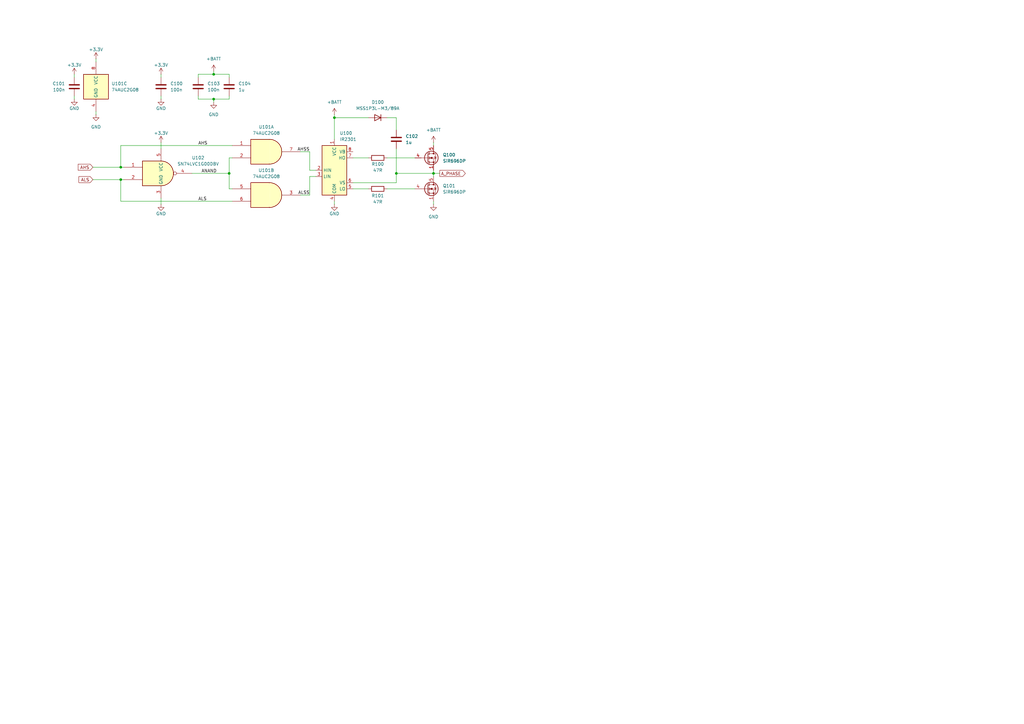
<source format=kicad_sch>
(kicad_sch
	(version 20250114)
	(generator "eeschema")
	(generator_version "9.0")
	(uuid "ab1d22c9-254f-46d4-9ef7-5854a6ea4949")
	(paper "A3")
	(title_block
		(title "SPROJ3EE ESC & BMS")
		(date "2025-10-25")
		(rev "1.0")
		(company "SDU")
	)
	(lib_symbols
		(symbol "74xGxx:74AUC2G08"
			(exclude_from_sim no)
			(in_bom yes)
			(on_board yes)
			(property "Reference" "U"
				(at -2.54 3.81 0)
				(effects
					(font
						(size 1.27 1.27)
					)
				)
			)
			(property "Value" "74AUC2G08"
				(at 0 -3.81 0)
				(effects
					(font
						(size 1.27 1.27)
					)
				)
			)
			(property "Footprint" ""
				(at 0 0 0)
				(effects
					(font
						(size 1.27 1.27)
					)
					(hide yes)
				)
			)
			(property "Datasheet" "http://www.ti.com/lit/sg/scyt129e/scyt129e.pdf"
				(at 0 0 0)
				(effects
					(font
						(size 1.27 1.27)
					)
					(hide yes)
				)
			)
			(property "Description" "Dual AND Gate, Low-Voltage CMOS"
				(at 0 0 0)
				(effects
					(font
						(size 1.27 1.27)
					)
					(hide yes)
				)
			)
			(property "ki_keywords" "Dual Gate AND LVC CMOS"
				(at 0 0 0)
				(effects
					(font
						(size 1.27 1.27)
					)
					(hide yes)
				)
			)
			(property "ki_fp_filters" "SSOP* VSSOP*"
				(at 0 0 0)
				(effects
					(font
						(size 1.27 1.27)
					)
					(hide yes)
				)
			)
			(symbol "74AUC2G08_1_1"
				(arc
					(start 0 5.08)
					(mid 5.0579 0)
					(end 0 -5.08)
					(stroke
						(width 0.254)
						(type default)
					)
					(fill
						(type background)
					)
				)
				(polyline
					(pts
						(xy 0 -5.08) (xy -7.62 -5.08) (xy -7.62 5.08) (xy 0 5.08)
					)
					(stroke
						(width 0.254)
						(type default)
					)
					(fill
						(type background)
					)
				)
				(pin input line
					(at -15.24 2.54 0)
					(length 7.62)
					(name "~"
						(effects
							(font
								(size 1.27 1.27)
							)
						)
					)
					(number "1"
						(effects
							(font
								(size 1.27 1.27)
							)
						)
					)
				)
				(pin input line
					(at -15.24 -2.54 0)
					(length 7.62)
					(name "~"
						(effects
							(font
								(size 1.27 1.27)
							)
						)
					)
					(number "2"
						(effects
							(font
								(size 1.27 1.27)
							)
						)
					)
				)
				(pin output line
					(at 12.7 0 180)
					(length 7.62)
					(name "~"
						(effects
							(font
								(size 1.27 1.27)
							)
						)
					)
					(number "7"
						(effects
							(font
								(size 1.27 1.27)
							)
						)
					)
				)
			)
			(symbol "74AUC2G08_2_1"
				(arc
					(start 0 5.08)
					(mid 5.0579 0)
					(end 0 -5.08)
					(stroke
						(width 0.254)
						(type default)
					)
					(fill
						(type background)
					)
				)
				(polyline
					(pts
						(xy 0 -5.08) (xy -7.62 -5.08) (xy -7.62 5.08) (xy 0 5.08)
					)
					(stroke
						(width 0.254)
						(type default)
					)
					(fill
						(type background)
					)
				)
				(pin input line
					(at -15.24 2.54 0)
					(length 7.62)
					(name "~"
						(effects
							(font
								(size 1.27 1.27)
							)
						)
					)
					(number "5"
						(effects
							(font
								(size 1.27 1.27)
							)
						)
					)
				)
				(pin input line
					(at -15.24 -2.54 0)
					(length 7.62)
					(name "~"
						(effects
							(font
								(size 1.27 1.27)
							)
						)
					)
					(number "6"
						(effects
							(font
								(size 1.27 1.27)
							)
						)
					)
				)
				(pin output line
					(at 12.7 0 180)
					(length 7.62)
					(name "~"
						(effects
							(font
								(size 1.27 1.27)
							)
						)
					)
					(number "3"
						(effects
							(font
								(size 1.27 1.27)
							)
						)
					)
				)
			)
			(symbol "74AUC2G08_3_0"
				(rectangle
					(start -5.08 -5.08)
					(end 5.08 5.08)
					(stroke
						(width 0.254)
						(type default)
					)
					(fill
						(type background)
					)
				)
			)
			(symbol "74AUC2G08_3_1"
				(pin power_in line
					(at 0 10.16 270)
					(length 5.08)
					(name "VCC"
						(effects
							(font
								(size 1.27 1.27)
							)
						)
					)
					(number "8"
						(effects
							(font
								(size 1.27 1.27)
							)
						)
					)
				)
				(pin power_in line
					(at 0 -10.16 90)
					(length 5.08)
					(name "GND"
						(effects
							(font
								(size 1.27 1.27)
							)
						)
					)
					(number "4"
						(effects
							(font
								(size 1.27 1.27)
							)
						)
					)
				)
			)
			(embedded_fonts no)
		)
		(symbol "74xGxx:SN74LVC1G00DBV"
			(exclude_from_sim no)
			(in_bom yes)
			(on_board yes)
			(property "Reference" "U"
				(at -5.08 7.62 0)
				(effects
					(font
						(size 1.27 1.27)
					)
				)
			)
			(property "Value" "SN74LVC1G00DBV"
				(at 7.62 -7.62 0)
				(effects
					(font
						(size 1.27 1.27)
					)
				)
			)
			(property "Footprint" "Package_TO_SOT_SMD:SOT-23-5"
				(at 0 0 0)
				(effects
					(font
						(size 1.27 1.27)
					)
					(hide yes)
				)
			)
			(property "Datasheet" "http://www.ti.com/lit/ds/symlink/sn74lvc1g00.pdf"
				(at 0 0 0)
				(effects
					(font
						(size 1.27 1.27)
					)
					(hide yes)
				)
			)
			(property "Description" "Single NAND Gate, Low-Voltage CMOS, SOT-23"
				(at 0 0 0)
				(effects
					(font
						(size 1.27 1.27)
					)
					(hide yes)
				)
			)
			(property "ki_keywords" "Single Gate NAND LVC CMOS"
				(at 0 0 0)
				(effects
					(font
						(size 1.27 1.27)
					)
					(hide yes)
				)
			)
			(property "ki_fp_filters" "SOT?23*"
				(at 0 0 0)
				(effects
					(font
						(size 1.27 1.27)
					)
					(hide yes)
				)
			)
			(symbol "SN74LVC1G00DBV_0_1"
				(arc
					(start 0 5.08)
					(mid 5.0579 0)
					(end 0 -5.08)
					(stroke
						(width 0.254)
						(type default)
					)
					(fill
						(type background)
					)
				)
				(polyline
					(pts
						(xy 0 -5.08) (xy -7.62 -5.08) (xy -7.62 5.08) (xy 0 5.08)
					)
					(stroke
						(width 0.254)
						(type default)
					)
					(fill
						(type background)
					)
				)
			)
			(symbol "SN74LVC1G00DBV_1_1"
				(pin input line
					(at -15.24 2.54 0)
					(length 7.62)
					(name "~"
						(effects
							(font
								(size 1.27 1.27)
							)
						)
					)
					(number "1"
						(effects
							(font
								(size 1.27 1.27)
							)
						)
					)
				)
				(pin input line
					(at -15.24 -2.54 0)
					(length 7.62)
					(name "~"
						(effects
							(font
								(size 1.27 1.27)
							)
						)
					)
					(number "2"
						(effects
							(font
								(size 1.27 1.27)
							)
						)
					)
				)
				(pin power_in line
					(at 0 10.16 270)
					(length 5.08)
					(name "VCC"
						(effects
							(font
								(size 1.27 1.27)
							)
						)
					)
					(number "5"
						(effects
							(font
								(size 1.27 1.27)
							)
						)
					)
				)
				(pin power_in line
					(at 0 -10.16 90)
					(length 5.08)
					(name "GND"
						(effects
							(font
								(size 1.27 1.27)
							)
						)
					)
					(number "3"
						(effects
							(font
								(size 1.27 1.27)
							)
						)
					)
				)
				(pin output inverted
					(at 12.7 0 180)
					(length 7.62)
					(name "~"
						(effects
							(font
								(size 1.27 1.27)
							)
						)
					)
					(number "4"
						(effects
							(font
								(size 1.27 1.27)
							)
						)
					)
				)
			)
			(embedded_fonts no)
		)
		(symbol "Device:C"
			(pin_numbers
				(hide yes)
			)
			(pin_names
				(offset 0.254)
			)
			(exclude_from_sim no)
			(in_bom yes)
			(on_board yes)
			(property "Reference" "C"
				(at 0.635 2.54 0)
				(effects
					(font
						(size 1.27 1.27)
					)
					(justify left)
				)
			)
			(property "Value" "C"
				(at 0.635 -2.54 0)
				(effects
					(font
						(size 1.27 1.27)
					)
					(justify left)
				)
			)
			(property "Footprint" ""
				(at 0.9652 -3.81 0)
				(effects
					(font
						(size 1.27 1.27)
					)
					(hide yes)
				)
			)
			(property "Datasheet" "~"
				(at 0 0 0)
				(effects
					(font
						(size 1.27 1.27)
					)
					(hide yes)
				)
			)
			(property "Description" "Unpolarized capacitor"
				(at 0 0 0)
				(effects
					(font
						(size 1.27 1.27)
					)
					(hide yes)
				)
			)
			(property "ki_keywords" "cap capacitor"
				(at 0 0 0)
				(effects
					(font
						(size 1.27 1.27)
					)
					(hide yes)
				)
			)
			(property "ki_fp_filters" "C_*"
				(at 0 0 0)
				(effects
					(font
						(size 1.27 1.27)
					)
					(hide yes)
				)
			)
			(symbol "C_0_1"
				(polyline
					(pts
						(xy -2.032 0.762) (xy 2.032 0.762)
					)
					(stroke
						(width 0.508)
						(type default)
					)
					(fill
						(type none)
					)
				)
				(polyline
					(pts
						(xy -2.032 -0.762) (xy 2.032 -0.762)
					)
					(stroke
						(width 0.508)
						(type default)
					)
					(fill
						(type none)
					)
				)
			)
			(symbol "C_1_1"
				(pin passive line
					(at 0 3.81 270)
					(length 2.794)
					(name "~"
						(effects
							(font
								(size 1.27 1.27)
							)
						)
					)
					(number "1"
						(effects
							(font
								(size 1.27 1.27)
							)
						)
					)
				)
				(pin passive line
					(at 0 -3.81 90)
					(length 2.794)
					(name "~"
						(effects
							(font
								(size 1.27 1.27)
							)
						)
					)
					(number "2"
						(effects
							(font
								(size 1.27 1.27)
							)
						)
					)
				)
			)
			(embedded_fonts no)
		)
		(symbol "Device:R"
			(pin_numbers
				(hide yes)
			)
			(pin_names
				(offset 0)
			)
			(exclude_from_sim no)
			(in_bom yes)
			(on_board yes)
			(property "Reference" "R"
				(at 2.032 0 90)
				(effects
					(font
						(size 1.27 1.27)
					)
				)
			)
			(property "Value" "R"
				(at 0 0 90)
				(effects
					(font
						(size 1.27 1.27)
					)
				)
			)
			(property "Footprint" ""
				(at -1.778 0 90)
				(effects
					(font
						(size 1.27 1.27)
					)
					(hide yes)
				)
			)
			(property "Datasheet" "~"
				(at 0 0 0)
				(effects
					(font
						(size 1.27 1.27)
					)
					(hide yes)
				)
			)
			(property "Description" "Resistor"
				(at 0 0 0)
				(effects
					(font
						(size 1.27 1.27)
					)
					(hide yes)
				)
			)
			(property "ki_keywords" "R res resistor"
				(at 0 0 0)
				(effects
					(font
						(size 1.27 1.27)
					)
					(hide yes)
				)
			)
			(property "ki_fp_filters" "R_*"
				(at 0 0 0)
				(effects
					(font
						(size 1.27 1.27)
					)
					(hide yes)
				)
			)
			(symbol "R_0_1"
				(rectangle
					(start -1.016 -2.54)
					(end 1.016 2.54)
					(stroke
						(width 0.254)
						(type default)
					)
					(fill
						(type none)
					)
				)
			)
			(symbol "R_1_1"
				(pin passive line
					(at 0 3.81 270)
					(length 1.27)
					(name "~"
						(effects
							(font
								(size 1.27 1.27)
							)
						)
					)
					(number "1"
						(effects
							(font
								(size 1.27 1.27)
							)
						)
					)
				)
				(pin passive line
					(at 0 -3.81 90)
					(length 1.27)
					(name "~"
						(effects
							(font
								(size 1.27 1.27)
							)
						)
					)
					(number "2"
						(effects
							(font
								(size 1.27 1.27)
							)
						)
					)
				)
			)
			(embedded_fonts no)
		)
		(symbol "Diode:S2JTR"
			(pin_numbers
				(hide yes)
			)
			(pin_names
				(hide yes)
			)
			(exclude_from_sim no)
			(in_bom yes)
			(on_board yes)
			(property "Reference" "D"
				(at 0 2.54 0)
				(effects
					(font
						(size 1.27 1.27)
					)
				)
			)
			(property "Value" "S2JTR"
				(at 0 -2.54 0)
				(effects
					(font
						(size 1.27 1.27)
					)
				)
			)
			(property "Footprint" "Diode_SMD:D_SMB"
				(at 0 -4.445 0)
				(effects
					(font
						(size 1.27 1.27)
					)
					(hide yes)
				)
			)
			(property "Datasheet" "http://www.smc-diodes.com/propdf/S2A-S2M%20N0562%20REV.A.pdf"
				(at 0 0 0)
				(effects
					(font
						(size 1.27 1.27)
					)
					(hide yes)
				)
			)
			(property "Description" "600V 2A General Purpose Rectifier Diode, SMB"
				(at 0 0 0)
				(effects
					(font
						(size 1.27 1.27)
					)
					(hide yes)
				)
			)
			(property "Sim.Device" "D"
				(at 0 0 0)
				(effects
					(font
						(size 1.27 1.27)
					)
					(hide yes)
				)
			)
			(property "Sim.Pins" "1=K 2=A"
				(at 0 0 0)
				(effects
					(font
						(size 1.27 1.27)
					)
					(hide yes)
				)
			)
			(property "ki_keywords" "diode"
				(at 0 0 0)
				(effects
					(font
						(size 1.27 1.27)
					)
					(hide yes)
				)
			)
			(property "ki_fp_filters" "*D?SMB*"
				(at 0 0 0)
				(effects
					(font
						(size 1.27 1.27)
					)
					(hide yes)
				)
			)
			(symbol "S2JTR_0_1"
				(polyline
					(pts
						(xy -1.27 1.27) (xy -1.27 -1.27)
					)
					(stroke
						(width 0.254)
						(type default)
					)
					(fill
						(type none)
					)
				)
				(polyline
					(pts
						(xy 1.27 1.27) (xy 1.27 -1.27) (xy -1.27 0) (xy 1.27 1.27)
					)
					(stroke
						(width 0.254)
						(type default)
					)
					(fill
						(type none)
					)
				)
				(polyline
					(pts
						(xy 1.27 0) (xy -1.27 0)
					)
					(stroke
						(width 0)
						(type default)
					)
					(fill
						(type none)
					)
				)
			)
			(symbol "S2JTR_1_1"
				(pin passive line
					(at -3.81 0 0)
					(length 2.54)
					(name "K"
						(effects
							(font
								(size 1.27 1.27)
							)
						)
					)
					(number "1"
						(effects
							(font
								(size 1.27 1.27)
							)
						)
					)
				)
				(pin passive line
					(at 3.81 0 180)
					(length 2.54)
					(name "A"
						(effects
							(font
								(size 1.27 1.27)
							)
						)
					)
					(number "2"
						(effects
							(font
								(size 1.27 1.27)
							)
						)
					)
				)
			)
			(embedded_fonts no)
		)
		(symbol "Driver_FET:IR2301"
			(exclude_from_sim no)
			(in_bom yes)
			(on_board yes)
			(property "Reference" "U"
				(at 1.27 13.335 0)
				(effects
					(font
						(size 1.27 1.27)
					)
					(justify left)
				)
			)
			(property "Value" "IR2301"
				(at 1.27 11.43 0)
				(effects
					(font
						(size 1.27 1.27)
					)
					(justify left)
				)
			)
			(property "Footprint" ""
				(at 0 0 0)
				(effects
					(font
						(size 1.27 1.27)
						(italic yes)
					)
					(hide yes)
				)
			)
			(property "Datasheet" "https://www.infineon.com/dgdl/ir2301.pdf?fileId=5546d462533600a4015355c97bb216dc"
				(at 0 0 0)
				(effects
					(font
						(size 1.27 1.27)
					)
					(hide yes)
				)
			)
			(property "Description" "High and Low Side Driver, 600V, 200/350mA, PDIP-8/SOIC-8"
				(at 0 0 0)
				(effects
					(font
						(size 1.27 1.27)
					)
					(hide yes)
				)
			)
			(property "ki_keywords" "Gate Driver"
				(at 0 0 0)
				(effects
					(font
						(size 1.27 1.27)
					)
					(hide yes)
				)
			)
			(property "ki_fp_filters" "SOIC*3.9x4.9mm*P1.27mm* DIP*W7.62mm*"
				(at 0 0 0)
				(effects
					(font
						(size 1.27 1.27)
					)
					(hide yes)
				)
			)
			(symbol "IR2301_0_1"
				(rectangle
					(start -5.08 -10.16)
					(end 5.08 10.16)
					(stroke
						(width 0.254)
						(type default)
					)
					(fill
						(type background)
					)
				)
			)
			(symbol "IR2301_1_1"
				(pin input line
					(at -7.62 0 0)
					(length 2.54)
					(name "HIN"
						(effects
							(font
								(size 1.27 1.27)
							)
						)
					)
					(number "2"
						(effects
							(font
								(size 1.27 1.27)
							)
						)
					)
				)
				(pin input line
					(at -7.62 -2.54 0)
					(length 2.54)
					(name "LIN"
						(effects
							(font
								(size 1.27 1.27)
							)
						)
					)
					(number "3"
						(effects
							(font
								(size 1.27 1.27)
							)
						)
					)
				)
				(pin power_in line
					(at 0 12.7 270)
					(length 2.54)
					(name "VCC"
						(effects
							(font
								(size 1.27 1.27)
							)
						)
					)
					(number "1"
						(effects
							(font
								(size 1.27 1.27)
							)
						)
					)
				)
				(pin power_in line
					(at 0 -12.7 90)
					(length 2.54)
					(name "COM"
						(effects
							(font
								(size 1.27 1.27)
							)
						)
					)
					(number "4"
						(effects
							(font
								(size 1.27 1.27)
							)
						)
					)
				)
				(pin passive line
					(at 7.62 7.62 180)
					(length 2.54)
					(name "VB"
						(effects
							(font
								(size 1.27 1.27)
							)
						)
					)
					(number "8"
						(effects
							(font
								(size 1.27 1.27)
							)
						)
					)
				)
				(pin output line
					(at 7.62 5.08 180)
					(length 2.54)
					(name "HO"
						(effects
							(font
								(size 1.27 1.27)
							)
						)
					)
					(number "7"
						(effects
							(font
								(size 1.27 1.27)
							)
						)
					)
				)
				(pin passive line
					(at 7.62 -5.08 180)
					(length 2.54)
					(name "VS"
						(effects
							(font
								(size 1.27 1.27)
							)
						)
					)
					(number "6"
						(effects
							(font
								(size 1.27 1.27)
							)
						)
					)
				)
				(pin output line
					(at 7.62 -7.62 180)
					(length 2.54)
					(name "LO"
						(effects
							(font
								(size 1.27 1.27)
							)
						)
					)
					(number "5"
						(effects
							(font
								(size 1.27 1.27)
							)
						)
					)
				)
			)
			(embedded_fonts no)
		)
		(symbol "Transistor_FET:SiR696DP"
			(pin_names
				(hide yes)
			)
			(exclude_from_sim no)
			(in_bom yes)
			(on_board yes)
			(property "Reference" "Q"
				(at 5.08 1.905 0)
				(effects
					(font
						(size 1.27 1.27)
					)
					(justify left)
				)
			)
			(property "Value" "SiR696DP"
				(at 5.08 0 0)
				(effects
					(font
						(size 1.27 1.27)
					)
					(justify left)
				)
			)
			(property "Footprint" "Package_SO:PowerPAK_SO-8_Single"
				(at 5.08 -1.905 0)
				(effects
					(font
						(size 1.27 1.27)
						(italic yes)
					)
					(justify left)
					(hide yes)
				)
			)
			(property "Datasheet" "https://www.vishay.com/docs/65689/sir696dp.pdf"
				(at 5.08 -3.81 0)
				(effects
					(font
						(size 1.27 1.27)
					)
					(justify left)
					(hide yes)
				)
			)
			(property "Description" "60A Id, 125V Vds N-Channel MOSFET, 9.6mOhm Ron, 19.4 nC Qg(typ), PowerPAK-8"
				(at 0 0 0)
				(effects
					(font
						(size 1.27 1.27)
					)
					(hide yes)
				)
			)
			(property "ki_keywords" "NMOS NFET Vishay"
				(at 0 0 0)
				(effects
					(font
						(size 1.27 1.27)
					)
					(hide yes)
				)
			)
			(property "ki_fp_filters" "PowerPAK*SO*Single*"
				(at 0 0 0)
				(effects
					(font
						(size 1.27 1.27)
					)
					(hide yes)
				)
			)
			(symbol "SiR696DP_0_1"
				(polyline
					(pts
						(xy 0.254 1.905) (xy 0.254 -1.905)
					)
					(stroke
						(width 0.254)
						(type default)
					)
					(fill
						(type none)
					)
				)
				(polyline
					(pts
						(xy 0.254 0) (xy -2.54 0)
					)
					(stroke
						(width 0)
						(type default)
					)
					(fill
						(type none)
					)
				)
				(polyline
					(pts
						(xy 0.762 2.286) (xy 0.762 1.27)
					)
					(stroke
						(width 0.254)
						(type default)
					)
					(fill
						(type none)
					)
				)
				(polyline
					(pts
						(xy 0.762 0.508) (xy 0.762 -0.508)
					)
					(stroke
						(width 0.254)
						(type default)
					)
					(fill
						(type none)
					)
				)
				(polyline
					(pts
						(xy 0.762 -1.27) (xy 0.762 -2.286)
					)
					(stroke
						(width 0.254)
						(type default)
					)
					(fill
						(type none)
					)
				)
				(polyline
					(pts
						(xy 0.762 -1.778) (xy 3.302 -1.778) (xy 3.302 1.778) (xy 0.762 1.778)
					)
					(stroke
						(width 0)
						(type default)
					)
					(fill
						(type none)
					)
				)
				(polyline
					(pts
						(xy 1.016 0) (xy 2.032 0.381) (xy 2.032 -0.381) (xy 1.016 0)
					)
					(stroke
						(width 0)
						(type default)
					)
					(fill
						(type outline)
					)
				)
				(circle
					(center 1.651 0)
					(radius 2.794)
					(stroke
						(width 0.254)
						(type default)
					)
					(fill
						(type none)
					)
				)
				(polyline
					(pts
						(xy 2.54 2.54) (xy 2.54 1.778)
					)
					(stroke
						(width 0)
						(type default)
					)
					(fill
						(type none)
					)
				)
				(circle
					(center 2.54 1.778)
					(radius 0.254)
					(stroke
						(width 0)
						(type default)
					)
					(fill
						(type outline)
					)
				)
				(circle
					(center 2.54 -1.778)
					(radius 0.254)
					(stroke
						(width 0)
						(type default)
					)
					(fill
						(type outline)
					)
				)
				(polyline
					(pts
						(xy 2.54 -2.54) (xy 2.54 0) (xy 0.762 0)
					)
					(stroke
						(width 0)
						(type default)
					)
					(fill
						(type none)
					)
				)
				(polyline
					(pts
						(xy 2.794 0.508) (xy 2.921 0.381) (xy 3.683 0.381) (xy 3.81 0.254)
					)
					(stroke
						(width 0)
						(type default)
					)
					(fill
						(type none)
					)
				)
				(polyline
					(pts
						(xy 3.302 0.381) (xy 2.921 -0.254) (xy 3.683 -0.254) (xy 3.302 0.381)
					)
					(stroke
						(width 0)
						(type default)
					)
					(fill
						(type none)
					)
				)
			)
			(symbol "SiR696DP_1_1"
				(pin input line
					(at -5.08 0 0)
					(length 2.54)
					(name "G"
						(effects
							(font
								(size 1.27 1.27)
							)
						)
					)
					(number "4"
						(effects
							(font
								(size 1.27 1.27)
							)
						)
					)
				)
				(pin passive line
					(at 2.54 5.08 270)
					(length 2.54)
					(name "D"
						(effects
							(font
								(size 1.27 1.27)
							)
						)
					)
					(number "5"
						(effects
							(font
								(size 1.27 1.27)
							)
						)
					)
				)
				(pin passive line
					(at 2.54 -5.08 90)
					(length 2.54)
					(name "S"
						(effects
							(font
								(size 1.27 1.27)
							)
						)
					)
					(number "1"
						(effects
							(font
								(size 1.27 1.27)
							)
						)
					)
				)
				(pin passive line
					(at 2.54 -5.08 90)
					(length 2.54)
					(hide yes)
					(name "S"
						(effects
							(font
								(size 1.27 1.27)
							)
						)
					)
					(number "2"
						(effects
							(font
								(size 1.27 1.27)
							)
						)
					)
				)
				(pin passive line
					(at 2.54 -5.08 90)
					(length 2.54)
					(hide yes)
					(name "S"
						(effects
							(font
								(size 1.27 1.27)
							)
						)
					)
					(number "3"
						(effects
							(font
								(size 1.27 1.27)
							)
						)
					)
				)
			)
			(embedded_fonts no)
		)
		(symbol "power:+3.3V"
			(power)
			(pin_numbers
				(hide yes)
			)
			(pin_names
				(offset 0)
				(hide yes)
			)
			(exclude_from_sim no)
			(in_bom yes)
			(on_board yes)
			(property "Reference" "#PWR"
				(at 0 -3.81 0)
				(effects
					(font
						(size 1.27 1.27)
					)
					(hide yes)
				)
			)
			(property "Value" "+3.3V"
				(at 0 3.556 0)
				(effects
					(font
						(size 1.27 1.27)
					)
				)
			)
			(property "Footprint" ""
				(at 0 0 0)
				(effects
					(font
						(size 1.27 1.27)
					)
					(hide yes)
				)
			)
			(property "Datasheet" ""
				(at 0 0 0)
				(effects
					(font
						(size 1.27 1.27)
					)
					(hide yes)
				)
			)
			(property "Description" "Power symbol creates a global label with name \"+3.3V\""
				(at 0 0 0)
				(effects
					(font
						(size 1.27 1.27)
					)
					(hide yes)
				)
			)
			(property "ki_keywords" "global power"
				(at 0 0 0)
				(effects
					(font
						(size 1.27 1.27)
					)
					(hide yes)
				)
			)
			(symbol "+3.3V_0_1"
				(polyline
					(pts
						(xy -0.762 1.27) (xy 0 2.54)
					)
					(stroke
						(width 0)
						(type default)
					)
					(fill
						(type none)
					)
				)
				(polyline
					(pts
						(xy 0 2.54) (xy 0.762 1.27)
					)
					(stroke
						(width 0)
						(type default)
					)
					(fill
						(type none)
					)
				)
				(polyline
					(pts
						(xy 0 0) (xy 0 2.54)
					)
					(stroke
						(width 0)
						(type default)
					)
					(fill
						(type none)
					)
				)
			)
			(symbol "+3.3V_1_1"
				(pin power_in line
					(at 0 0 90)
					(length 0)
					(name "~"
						(effects
							(font
								(size 1.27 1.27)
							)
						)
					)
					(number "1"
						(effects
							(font
								(size 1.27 1.27)
							)
						)
					)
				)
			)
			(embedded_fonts no)
		)
		(symbol "power:+BATT"
			(power)
			(pin_numbers
				(hide yes)
			)
			(pin_names
				(offset 0)
				(hide yes)
			)
			(exclude_from_sim no)
			(in_bom yes)
			(on_board yes)
			(property "Reference" "#PWR"
				(at 0 -3.81 0)
				(effects
					(font
						(size 1.27 1.27)
					)
					(hide yes)
				)
			)
			(property "Value" "+BATT"
				(at 0 3.556 0)
				(effects
					(font
						(size 1.27 1.27)
					)
				)
			)
			(property "Footprint" ""
				(at 0 0 0)
				(effects
					(font
						(size 1.27 1.27)
					)
					(hide yes)
				)
			)
			(property "Datasheet" ""
				(at 0 0 0)
				(effects
					(font
						(size 1.27 1.27)
					)
					(hide yes)
				)
			)
			(property "Description" "Power symbol creates a global label with name \"+BATT\""
				(at 0 0 0)
				(effects
					(font
						(size 1.27 1.27)
					)
					(hide yes)
				)
			)
			(property "ki_keywords" "global power battery"
				(at 0 0 0)
				(effects
					(font
						(size 1.27 1.27)
					)
					(hide yes)
				)
			)
			(symbol "+BATT_0_1"
				(polyline
					(pts
						(xy -0.762 1.27) (xy 0 2.54)
					)
					(stroke
						(width 0)
						(type default)
					)
					(fill
						(type none)
					)
				)
				(polyline
					(pts
						(xy 0 2.54) (xy 0.762 1.27)
					)
					(stroke
						(width 0)
						(type default)
					)
					(fill
						(type none)
					)
				)
				(polyline
					(pts
						(xy 0 0) (xy 0 2.54)
					)
					(stroke
						(width 0)
						(type default)
					)
					(fill
						(type none)
					)
				)
			)
			(symbol "+BATT_1_1"
				(pin power_in line
					(at 0 0 90)
					(length 0)
					(name "~"
						(effects
							(font
								(size 1.27 1.27)
							)
						)
					)
					(number "1"
						(effects
							(font
								(size 1.27 1.27)
							)
						)
					)
				)
			)
			(embedded_fonts no)
		)
		(symbol "power:GND"
			(power)
			(pin_numbers
				(hide yes)
			)
			(pin_names
				(offset 0)
				(hide yes)
			)
			(exclude_from_sim no)
			(in_bom yes)
			(on_board yes)
			(property "Reference" "#PWR"
				(at 0 -6.35 0)
				(effects
					(font
						(size 1.27 1.27)
					)
					(hide yes)
				)
			)
			(property "Value" "GND"
				(at 0 -3.81 0)
				(effects
					(font
						(size 1.27 1.27)
					)
				)
			)
			(property "Footprint" ""
				(at 0 0 0)
				(effects
					(font
						(size 1.27 1.27)
					)
					(hide yes)
				)
			)
			(property "Datasheet" ""
				(at 0 0 0)
				(effects
					(font
						(size 1.27 1.27)
					)
					(hide yes)
				)
			)
			(property "Description" "Power symbol creates a global label with name \"GND\" , ground"
				(at 0 0 0)
				(effects
					(font
						(size 1.27 1.27)
					)
					(hide yes)
				)
			)
			(property "ki_keywords" "global power"
				(at 0 0 0)
				(effects
					(font
						(size 1.27 1.27)
					)
					(hide yes)
				)
			)
			(symbol "GND_0_1"
				(polyline
					(pts
						(xy 0 0) (xy 0 -1.27) (xy 1.27 -1.27) (xy 0 -2.54) (xy -1.27 -1.27) (xy 0 -1.27)
					)
					(stroke
						(width 0)
						(type default)
					)
					(fill
						(type none)
					)
				)
			)
			(symbol "GND_1_1"
				(pin power_in line
					(at 0 0 270)
					(length 0)
					(name "~"
						(effects
							(font
								(size 1.27 1.27)
							)
						)
					)
					(number "1"
						(effects
							(font
								(size 1.27 1.27)
							)
						)
					)
				)
			)
			(embedded_fonts no)
		)
	)
	(junction
		(at 177.8 71.12)
		(diameter 0)
		(color 0 0 0 0)
		(uuid "20cbc821-e43e-486d-ba74-9483e87c2025")
	)
	(junction
		(at 49.53 68.58)
		(diameter 0)
		(color 0 0 0 0)
		(uuid "4a1ff7ee-d30b-4019-8812-ee4fa1a44e3b")
	)
	(junction
		(at 162.56 71.12)
		(diameter 0)
		(color 0 0 0 0)
		(uuid "5d6c8c03-654b-4984-98c2-0cb51267b027")
	)
	(junction
		(at 87.63 30.48)
		(diameter 0)
		(color 0 0 0 0)
		(uuid "7d4881e9-bc9a-41f8-9d06-bf2bb3295220")
	)
	(junction
		(at 49.53 73.66)
		(diameter 0)
		(color 0 0 0 0)
		(uuid "8f0d2c7b-b774-49db-afd0-453b3dd71652")
	)
	(junction
		(at 93.98 71.12)
		(diameter 0)
		(color 0 0 0 0)
		(uuid "9994fceb-d72c-4e25-933f-a5d1c32a78dd")
	)
	(junction
		(at 137.16 48.26)
		(diameter 0)
		(color 0 0 0 0)
		(uuid "b559cfe6-49ce-4409-8903-db3888174c50")
	)
	(junction
		(at 87.63 40.64)
		(diameter 0)
		(color 0 0 0 0)
		(uuid "facb95dd-51cf-4c27-b5a8-53563cf309c0")
	)
	(wire
		(pts
			(xy 144.78 74.93) (xy 162.56 74.93)
		)
		(stroke
			(width 0)
			(type default)
		)
		(uuid "010d91ae-97f7-4b29-a1c2-0e347d6e39d8")
	)
	(wire
		(pts
			(xy 87.63 40.64) (xy 87.63 41.91)
		)
		(stroke
			(width 0)
			(type default)
		)
		(uuid "0a7511c7-a82b-4818-8999-0e07920fdd07")
	)
	(wire
		(pts
			(xy 158.75 77.47) (xy 170.18 77.47)
		)
		(stroke
			(width 0)
			(type default)
		)
		(uuid "0b578660-f8a8-4fc7-bd0f-c71ab5c8076c")
	)
	(wire
		(pts
			(xy 93.98 31.75) (xy 93.98 30.48)
		)
		(stroke
			(width 0)
			(type default)
		)
		(uuid "16bb400b-585b-4209-996a-52a169d3cf96")
	)
	(wire
		(pts
			(xy 162.56 48.26) (xy 162.56 53.34)
		)
		(stroke
			(width 0)
			(type default)
		)
		(uuid "1b47dc0b-1330-47bd-9323-3d752ec8f1f1")
	)
	(wire
		(pts
			(xy 66.04 39.37) (xy 66.04 40.64)
		)
		(stroke
			(width 0)
			(type default)
		)
		(uuid "1c34eb2c-756a-49d7-8009-3d89988f741a")
	)
	(wire
		(pts
			(xy 158.75 48.26) (xy 162.56 48.26)
		)
		(stroke
			(width 0)
			(type default)
		)
		(uuid "1f672f07-f9fe-49bc-9d08-7a4b6f4d4aee")
	)
	(wire
		(pts
			(xy 137.16 82.55) (xy 137.16 83.82)
		)
		(stroke
			(width 0)
			(type default)
		)
		(uuid "20ce90af-329f-4569-83a1-2ee02dfd80c5")
	)
	(wire
		(pts
			(xy 123.19 62.23) (xy 127 62.23)
		)
		(stroke
			(width 0)
			(type default)
		)
		(uuid "2b3dae53-6e42-4107-8ec4-b074b4bd40d8")
	)
	(wire
		(pts
			(xy 66.04 30.48) (xy 66.04 31.75)
		)
		(stroke
			(width 0)
			(type default)
		)
		(uuid "2b784ec4-222e-4049-b51a-c0c6203e2496")
	)
	(wire
		(pts
			(xy 177.8 69.85) (xy 177.8 71.12)
		)
		(stroke
			(width 0)
			(type default)
		)
		(uuid "2d86d2ed-ce90-460e-bfec-10ab64f55676")
	)
	(wire
		(pts
			(xy 49.53 73.66) (xy 50.8 73.66)
		)
		(stroke
			(width 0)
			(type default)
		)
		(uuid "2dd7c005-5b67-446d-a960-92eb8eb2171c")
	)
	(wire
		(pts
			(xy 127 69.85) (xy 129.54 69.85)
		)
		(stroke
			(width 0)
			(type default)
		)
		(uuid "2f075ac1-d6f3-40cf-9c38-5abf2028d987")
	)
	(wire
		(pts
			(xy 137.16 48.26) (xy 151.13 48.26)
		)
		(stroke
			(width 0)
			(type default)
		)
		(uuid "3bf56ba2-e487-4d2b-a7c5-95afbf0ea9c4")
	)
	(wire
		(pts
			(xy 177.8 82.55) (xy 177.8 83.82)
		)
		(stroke
			(width 0)
			(type default)
		)
		(uuid "4145ecc5-c6a7-44d9-a8d1-48a5a7501a01")
	)
	(wire
		(pts
			(xy 162.56 74.93) (xy 162.56 71.12)
		)
		(stroke
			(width 0)
			(type default)
		)
		(uuid "4998ce58-7d5c-4021-82ae-5521f6d012dd")
	)
	(wire
		(pts
			(xy 95.25 77.47) (xy 93.98 77.47)
		)
		(stroke
			(width 0)
			(type default)
		)
		(uuid "4d111f45-01b6-427e-a7e2-f7997959cac7")
	)
	(wire
		(pts
			(xy 144.78 77.47) (xy 151.13 77.47)
		)
		(stroke
			(width 0)
			(type default)
		)
		(uuid "4eb6de40-e150-41a5-ac2d-c9867152d74b")
	)
	(wire
		(pts
			(xy 39.37 24.13) (xy 39.37 25.4)
		)
		(stroke
			(width 0)
			(type default)
		)
		(uuid "571faba6-eb74-46f4-b7e8-8fba5b892593")
	)
	(wire
		(pts
			(xy 49.53 68.58) (xy 50.8 68.58)
		)
		(stroke
			(width 0)
			(type default)
		)
		(uuid "5e4c37c6-c322-40b4-b072-cbc7a0b818b6")
	)
	(wire
		(pts
			(xy 30.48 39.37) (xy 30.48 40.64)
		)
		(stroke
			(width 0)
			(type default)
		)
		(uuid "5f98ab60-fe96-46cb-8013-9b04ac1fe9b6")
	)
	(wire
		(pts
			(xy 93.98 30.48) (xy 87.63 30.48)
		)
		(stroke
			(width 0)
			(type default)
		)
		(uuid "6493a998-2355-4caa-af02-e60fc6df90db")
	)
	(wire
		(pts
			(xy 177.8 58.42) (xy 177.8 59.69)
		)
		(stroke
			(width 0)
			(type default)
		)
		(uuid "65713bfb-d094-4814-8234-c48233735fee")
	)
	(wire
		(pts
			(xy 38.1 73.66) (xy 49.53 73.66)
		)
		(stroke
			(width 0)
			(type default)
		)
		(uuid "7876262b-90c4-4964-a952-9ec52a04503a")
	)
	(wire
		(pts
			(xy 144.78 64.77) (xy 151.13 64.77)
		)
		(stroke
			(width 0)
			(type default)
		)
		(uuid "79bcbb4a-8e57-4422-be84-e5d7a144559a")
	)
	(wire
		(pts
			(xy 162.56 60.96) (xy 162.56 71.12)
		)
		(stroke
			(width 0)
			(type default)
		)
		(uuid "7a650543-0112-4e31-8aaf-ff4e0db1cff1")
	)
	(wire
		(pts
			(xy 78.74 71.12) (xy 93.98 71.12)
		)
		(stroke
			(width 0)
			(type default)
		)
		(uuid "83269084-58d5-4ba6-849a-cd4bb0e0ee81")
	)
	(wire
		(pts
			(xy 137.16 46.99) (xy 137.16 48.26)
		)
		(stroke
			(width 0)
			(type default)
		)
		(uuid "88402208-17c2-4d21-9834-6c2ac8d20d77")
	)
	(wire
		(pts
			(xy 49.53 82.55) (xy 49.53 73.66)
		)
		(stroke
			(width 0)
			(type default)
		)
		(uuid "8ed08f21-0335-4f0f-a645-e5e98cb9355c")
	)
	(wire
		(pts
			(xy 49.53 59.69) (xy 49.53 68.58)
		)
		(stroke
			(width 0)
			(type default)
		)
		(uuid "9438a6ae-de02-48dd-b45e-09d301afa894")
	)
	(wire
		(pts
			(xy 30.48 30.48) (xy 30.48 31.75)
		)
		(stroke
			(width 0)
			(type default)
		)
		(uuid "97e54559-d69c-429b-a361-22eea4c65dc9")
	)
	(wire
		(pts
			(xy 93.98 71.12) (xy 93.98 77.47)
		)
		(stroke
			(width 0)
			(type default)
		)
		(uuid "982d423c-0f3f-455f-b545-df267d184b3f")
	)
	(wire
		(pts
			(xy 81.28 30.48) (xy 81.28 31.75)
		)
		(stroke
			(width 0)
			(type default)
		)
		(uuid "98afee26-3dab-4963-be05-9746a96afa42")
	)
	(wire
		(pts
			(xy 93.98 71.12) (xy 93.98 64.77)
		)
		(stroke
			(width 0)
			(type default)
		)
		(uuid "9937ae3d-9cc7-41a8-8446-77c8f6e07b76")
	)
	(wire
		(pts
			(xy 87.63 30.48) (xy 81.28 30.48)
		)
		(stroke
			(width 0)
			(type default)
		)
		(uuid "aa127ae0-66ae-4387-8787-993e546c3fdf")
	)
	(wire
		(pts
			(xy 93.98 64.77) (xy 95.25 64.77)
		)
		(stroke
			(width 0)
			(type default)
		)
		(uuid "b91d8ebf-f401-472e-b55b-a06d2c53810c")
	)
	(wire
		(pts
			(xy 95.25 82.55) (xy 49.53 82.55)
		)
		(stroke
			(width 0)
			(type default)
		)
		(uuid "bbe57e04-6513-4a79-8308-dbce3f686684")
	)
	(wire
		(pts
			(xy 93.98 40.64) (xy 93.98 39.37)
		)
		(stroke
			(width 0)
			(type default)
		)
		(uuid "bee30f51-0f70-42c1-9fba-2b641d74b0c3")
	)
	(wire
		(pts
			(xy 87.63 40.64) (xy 93.98 40.64)
		)
		(stroke
			(width 0)
			(type default)
		)
		(uuid "c01b66e7-ae0e-4297-b534-9ce2252194b9")
	)
	(wire
		(pts
			(xy 127 62.23) (xy 127 69.85)
		)
		(stroke
			(width 0)
			(type default)
		)
		(uuid "c4c0828d-d9c5-41c7-ba55-17a42309aa6e")
	)
	(wire
		(pts
			(xy 127 80.01) (xy 127 72.39)
		)
		(stroke
			(width 0)
			(type default)
		)
		(uuid "cb2654d4-bb99-43e7-801f-675f49c70a45")
	)
	(wire
		(pts
			(xy 123.19 80.01) (xy 127 80.01)
		)
		(stroke
			(width 0)
			(type default)
		)
		(uuid "d7c915df-405a-435a-9164-ce2de5e5584a")
	)
	(wire
		(pts
			(xy 177.8 71.12) (xy 177.8 72.39)
		)
		(stroke
			(width 0)
			(type default)
		)
		(uuid "daaf8892-2fbe-4db9-b977-1ac2bf137aa5")
	)
	(wire
		(pts
			(xy 177.8 71.12) (xy 180.34 71.12)
		)
		(stroke
			(width 0)
			(type default)
		)
		(uuid "dcd702b7-7438-4eff-8179-984771718b16")
	)
	(wire
		(pts
			(xy 81.28 39.37) (xy 81.28 40.64)
		)
		(stroke
			(width 0)
			(type default)
		)
		(uuid "de1eec83-22a6-4415-a9d7-e56b37512807")
	)
	(wire
		(pts
			(xy 162.56 71.12) (xy 177.8 71.12)
		)
		(stroke
			(width 0)
			(type default)
		)
		(uuid "de9e805b-7af9-4589-8e41-747aac2197b1")
	)
	(wire
		(pts
			(xy 158.75 64.77) (xy 170.18 64.77)
		)
		(stroke
			(width 0)
			(type default)
		)
		(uuid "e0b71482-3e94-47da-a4a5-dc2fbe894643")
	)
	(wire
		(pts
			(xy 66.04 58.42) (xy 66.04 60.96)
		)
		(stroke
			(width 0)
			(type default)
		)
		(uuid "e19d24b7-7404-484c-a52b-e4be2c94ca5b")
	)
	(wire
		(pts
			(xy 137.16 48.26) (xy 137.16 57.15)
		)
		(stroke
			(width 0)
			(type default)
		)
		(uuid "e20a233a-c008-4c44-bf73-a93493b59154")
	)
	(wire
		(pts
			(xy 95.25 59.69) (xy 49.53 59.69)
		)
		(stroke
			(width 0)
			(type default)
		)
		(uuid "e3386b9a-b6a7-4a2c-84ef-f0822a26e470")
	)
	(wire
		(pts
			(xy 127 72.39) (xy 129.54 72.39)
		)
		(stroke
			(width 0)
			(type default)
		)
		(uuid "e5f70d38-81fc-4f1e-a811-205a6c32695b")
	)
	(wire
		(pts
			(xy 39.37 45.72) (xy 39.37 46.99)
		)
		(stroke
			(width 0)
			(type default)
		)
		(uuid "e6a52297-a81c-4b94-94a4-205ca1645ae6")
	)
	(wire
		(pts
			(xy 38.1 68.58) (xy 49.53 68.58)
		)
		(stroke
			(width 0)
			(type default)
		)
		(uuid "fc0dc0c4-3be5-4ba0-affd-ee5b83c6fe68")
	)
	(wire
		(pts
			(xy 66.04 81.28) (xy 66.04 83.82)
		)
		(stroke
			(width 0)
			(type default)
		)
		(uuid "fc3494fe-888e-4efd-be32-8139a217be27")
	)
	(wire
		(pts
			(xy 81.28 40.64) (xy 87.63 40.64)
		)
		(stroke
			(width 0)
			(type default)
		)
		(uuid "ff03b499-5b96-4888-8be9-b6dd1d33123c")
	)
	(wire
		(pts
			(xy 87.63 29.21) (xy 87.63 30.48)
		)
		(stroke
			(width 0)
			(type default)
		)
		(uuid "ff35875b-00bd-4ce6-bfb4-f5a576abc55d")
	)
	(label "AHSS"
		(at 127 62.23 180)
		(effects
			(font
				(size 1.27 1.27)
			)
			(justify right bottom)
		)
		(uuid "00cc7ff2-1dec-4151-a3fb-75d61643fd51")
	)
	(label "ALSS"
		(at 127 80.01 180)
		(effects
			(font
				(size 1.27 1.27)
			)
			(justify right bottom)
		)
		(uuid "28e0f1f2-b7b3-4839-8409-def6f66af8f2")
	)
	(label "AHS"
		(at 81.28 59.69 0)
		(effects
			(font
				(size 1.27 1.27)
			)
			(justify left bottom)
		)
		(uuid "831cf940-e2d0-4cc0-a721-1ce4ccee1884")
	)
	(label "ANAND"
		(at 88.9 71.12 180)
		(effects
			(font
				(size 1.27 1.27)
			)
			(justify right bottom)
		)
		(uuid "cc01d3be-2480-4d1e-a9d6-05816ebba982")
	)
	(label "ALS"
		(at 81.28 82.55 0)
		(effects
			(font
				(size 1.27 1.27)
			)
			(justify left bottom)
		)
		(uuid "d96107ea-85d0-4c75-acec-435d7ea8126f")
	)
	(global_label "AHS"
		(shape input)
		(at 38.1 68.58 180)
		(fields_autoplaced yes)
		(effects
			(font
				(size 1.27 1.27)
			)
			(justify right)
		)
		(uuid "291b1d54-d207-4e8f-81fb-358abd38df3e")
		(property "Intersheetrefs" "${INTERSHEET_REFS}"
			(at 31.4862 68.58 0)
			(effects
				(font
					(size 1.27 1.27)
				)
				(justify right)
				(hide yes)
			)
		)
	)
	(global_label "ALS"
		(shape input)
		(at 38.1 73.66 180)
		(fields_autoplaced yes)
		(effects
			(font
				(size 1.27 1.27)
			)
			(justify right)
		)
		(uuid "3ceeceb4-c4ef-464e-9412-a9f9b578c323")
		(property "Intersheetrefs" "${INTERSHEET_REFS}"
			(at 31.7886 73.66 0)
			(effects
				(font
					(size 1.27 1.27)
				)
				(justify right)
				(hide yes)
			)
		)
	)
	(global_label "A_PHASE"
		(shape output)
		(at 180.34 71.12 0)
		(fields_autoplaced yes)
		(effects
			(font
				(size 1.27 1.27)
			)
			(justify left)
		)
		(uuid "bf42ab0d-54ab-4bf2-9649-8f4a7cd66e81")
		(property "Intersheetrefs" "${INTERSHEET_REFS}"
			(at 191.429 71.12 0)
			(effects
				(font
					(size 1.27 1.27)
				)
				(justify left)
				(hide yes)
			)
		)
	)
	(symbol
		(lib_id "power:GND")
		(at 66.04 40.64 0)
		(unit 1)
		(exclude_from_sim no)
		(in_bom yes)
		(on_board yes)
		(dnp no)
		(uuid "19e31e15-7a7d-4866-aa13-df8d50855274")
		(property "Reference" "#PWR0105"
			(at 66.04 46.99 0)
			(effects
				(font
					(size 1.27 1.27)
				)
				(hide yes)
			)
		)
		(property "Value" "GND"
			(at 66.04 44.45 0)
			(effects
				(font
					(size 1.27 1.27)
				)
			)
		)
		(property "Footprint" ""
			(at 66.04 40.64 0)
			(effects
				(font
					(size 1.27 1.27)
				)
				(hide yes)
			)
		)
		(property "Datasheet" ""
			(at 66.04 40.64 0)
			(effects
				(font
					(size 1.27 1.27)
				)
				(hide yes)
			)
		)
		(property "Description" "Power symbol creates a global label with name \"GND\" , ground"
			(at 66.04 40.64 0)
			(effects
				(font
					(size 1.27 1.27)
				)
				(hide yes)
			)
		)
		(pin "1"
			(uuid "3fefece5-1d5f-41af-bd91-249b91572c38")
		)
		(instances
			(project "SPROJ3EE_ESC_BMS"
				(path "/64aee9f2-a448-43ef-b28d-f00e276bd9f5/57dc5431-32ba-403e-bcbf-02133b9ae03d"
					(reference "#PWR0105")
					(unit 1)
				)
			)
		)
	)
	(symbol
		(lib_id "power:+3.3V")
		(at 39.37 24.13 0)
		(unit 1)
		(exclude_from_sim no)
		(in_bom yes)
		(on_board yes)
		(dnp no)
		(uuid "2e7e03eb-28c4-46df-b4a6-89de8226ec2a")
		(property "Reference" "#PWR0101"
			(at 39.37 27.94 0)
			(effects
				(font
					(size 1.27 1.27)
				)
				(hide yes)
			)
		)
		(property "Value" "+3.3V"
			(at 39.37 20.32 0)
			(effects
				(font
					(size 1.27 1.27)
				)
			)
		)
		(property "Footprint" ""
			(at 39.37 24.13 0)
			(effects
				(font
					(size 1.27 1.27)
				)
				(hide yes)
			)
		)
		(property "Datasheet" ""
			(at 39.37 24.13 0)
			(effects
				(font
					(size 1.27 1.27)
				)
				(hide yes)
			)
		)
		(property "Description" "Power symbol creates a global label with name \"+3.3V\""
			(at 39.37 24.13 0)
			(effects
				(font
					(size 1.27 1.27)
				)
				(hide yes)
			)
		)
		(pin "1"
			(uuid "4c025017-06ae-4f1e-9495-2f60403d4032")
		)
		(instances
			(project "SPROJ3EE_ESC_BMS"
				(path "/64aee9f2-a448-43ef-b28d-f00e276bd9f5/57dc5431-32ba-403e-bcbf-02133b9ae03d"
					(reference "#PWR0101")
					(unit 1)
				)
			)
		)
	)
	(symbol
		(lib_id "power:GND")
		(at 137.16 83.82 0)
		(unit 1)
		(exclude_from_sim no)
		(in_bom yes)
		(on_board yes)
		(dnp no)
		(uuid "2f11fca7-f989-4d50-96d6-66ace0e7c1bf")
		(property "Reference" "#PWR0109"
			(at 137.16 90.17 0)
			(effects
				(font
					(size 1.27 1.27)
				)
				(hide yes)
			)
		)
		(property "Value" "GND"
			(at 137.16 87.63 0)
			(effects
				(font
					(size 1.27 1.27)
				)
			)
		)
		(property "Footprint" ""
			(at 137.16 83.82 0)
			(effects
				(font
					(size 1.27 1.27)
				)
				(hide yes)
			)
		)
		(property "Datasheet" ""
			(at 137.16 83.82 0)
			(effects
				(font
					(size 1.27 1.27)
				)
				(hide yes)
			)
		)
		(property "Description" "Power symbol creates a global label with name \"GND\" , ground"
			(at 137.16 83.82 0)
			(effects
				(font
					(size 1.27 1.27)
				)
				(hide yes)
			)
		)
		(pin "1"
			(uuid "db9427ee-e819-4fa6-9534-a440117c3ba5")
		)
		(instances
			(project "SPROJ3EE_ESC_BMS"
				(path "/64aee9f2-a448-43ef-b28d-f00e276bd9f5/57dc5431-32ba-403e-bcbf-02133b9ae03d"
					(reference "#PWR0109")
					(unit 1)
				)
			)
		)
	)
	(symbol
		(lib_id "power:+3.3V")
		(at 66.04 30.48 0)
		(unit 1)
		(exclude_from_sim no)
		(in_bom yes)
		(on_board yes)
		(dnp no)
		(uuid "3e29dcea-a308-4d23-86e0-a223799573b0")
		(property "Reference" "#PWR0107"
			(at 66.04 34.29 0)
			(effects
				(font
					(size 1.27 1.27)
				)
				(hide yes)
			)
		)
		(property "Value" "+3.3V"
			(at 66.04 26.67 0)
			(effects
				(font
					(size 1.27 1.27)
				)
			)
		)
		(property "Footprint" ""
			(at 66.04 30.48 0)
			(effects
				(font
					(size 1.27 1.27)
				)
				(hide yes)
			)
		)
		(property "Datasheet" ""
			(at 66.04 30.48 0)
			(effects
				(font
					(size 1.27 1.27)
				)
				(hide yes)
			)
		)
		(property "Description" "Power symbol creates a global label with name \"+3.3V\""
			(at 66.04 30.48 0)
			(effects
				(font
					(size 1.27 1.27)
				)
				(hide yes)
			)
		)
		(pin "1"
			(uuid "52c98187-406b-43f1-accc-47ee7b95f633")
		)
		(instances
			(project "SPROJ3EE_ESC_BMS"
				(path "/64aee9f2-a448-43ef-b28d-f00e276bd9f5/57dc5431-32ba-403e-bcbf-02133b9ae03d"
					(reference "#PWR0107")
					(unit 1)
				)
			)
		)
	)
	(symbol
		(lib_id "power:GND")
		(at 39.37 46.99 0)
		(unit 1)
		(exclude_from_sim no)
		(in_bom yes)
		(on_board yes)
		(dnp no)
		(fields_autoplaced yes)
		(uuid "58d59350-1dff-49c0-a796-0802002ba977")
		(property "Reference" "#PWR0100"
			(at 39.37 53.34 0)
			(effects
				(font
					(size 1.27 1.27)
				)
				(hide yes)
			)
		)
		(property "Value" "GND"
			(at 39.37 52.07 0)
			(effects
				(font
					(size 1.27 1.27)
				)
			)
		)
		(property "Footprint" ""
			(at 39.37 46.99 0)
			(effects
				(font
					(size 1.27 1.27)
				)
				(hide yes)
			)
		)
		(property "Datasheet" ""
			(at 39.37 46.99 0)
			(effects
				(font
					(size 1.27 1.27)
				)
				(hide yes)
			)
		)
		(property "Description" "Power symbol creates a global label with name \"GND\" , ground"
			(at 39.37 46.99 0)
			(effects
				(font
					(size 1.27 1.27)
				)
				(hide yes)
			)
		)
		(pin "1"
			(uuid "1703cbdd-d049-4da1-99f1-07eeae30022d")
		)
		(instances
			(project "SPROJ3EE_ESC_BMS"
				(path "/64aee9f2-a448-43ef-b28d-f00e276bd9f5/57dc5431-32ba-403e-bcbf-02133b9ae03d"
					(reference "#PWR0100")
					(unit 1)
				)
			)
		)
	)
	(symbol
		(lib_id "power:+3.3V")
		(at 66.04 58.42 0)
		(unit 1)
		(exclude_from_sim no)
		(in_bom yes)
		(on_board yes)
		(dnp no)
		(uuid "595c4f2e-26cc-4296-9c15-7f38b0d8afbd")
		(property "Reference" "#PWR0102"
			(at 66.04 62.23 0)
			(effects
				(font
					(size 1.27 1.27)
				)
				(hide yes)
			)
		)
		(property "Value" "+3.3V"
			(at 66.04 54.61 0)
			(effects
				(font
					(size 1.27 1.27)
				)
			)
		)
		(property "Footprint" ""
			(at 66.04 58.42 0)
			(effects
				(font
					(size 1.27 1.27)
				)
				(hide yes)
			)
		)
		(property "Datasheet" ""
			(at 66.04 58.42 0)
			(effects
				(font
					(size 1.27 1.27)
				)
				(hide yes)
			)
		)
		(property "Description" "Power symbol creates a global label with name \"+3.3V\""
			(at 66.04 58.42 0)
			(effects
				(font
					(size 1.27 1.27)
				)
				(hide yes)
			)
		)
		(pin "1"
			(uuid "8fa365de-38c7-4c3e-896f-4cea50fec32a")
		)
		(instances
			(project "SPROJ3EE_ESC_BMS"
				(path "/64aee9f2-a448-43ef-b28d-f00e276bd9f5/57dc5431-32ba-403e-bcbf-02133b9ae03d"
					(reference "#PWR0102")
					(unit 1)
				)
			)
		)
	)
	(symbol
		(lib_id "power:+BATT")
		(at 87.63 29.21 0)
		(unit 1)
		(exclude_from_sim no)
		(in_bom yes)
		(on_board yes)
		(dnp no)
		(fields_autoplaced yes)
		(uuid "5a3a00ba-1bd2-4c8f-8671-21aee39a4839")
		(property "Reference" "#PWR0113"
			(at 87.63 33.02 0)
			(effects
				(font
					(size 1.27 1.27)
				)
				(hide yes)
			)
		)
		(property "Value" "+BATT"
			(at 87.63 24.13 0)
			(effects
				(font
					(size 1.27 1.27)
				)
			)
		)
		(property "Footprint" ""
			(at 87.63 29.21 0)
			(effects
				(font
					(size 1.27 1.27)
				)
				(hide yes)
			)
		)
		(property "Datasheet" ""
			(at 87.63 29.21 0)
			(effects
				(font
					(size 1.27 1.27)
				)
				(hide yes)
			)
		)
		(property "Description" "Power symbol creates a global label with name \"+BATT\""
			(at 87.63 29.21 0)
			(effects
				(font
					(size 1.27 1.27)
				)
				(hide yes)
			)
		)
		(pin "1"
			(uuid "7caba0b1-f40b-4946-8000-17b3b09ed551")
		)
		(instances
			(project "SPROJ3EE_ESC_BMS"
				(path "/64aee9f2-a448-43ef-b28d-f00e276bd9f5/57dc5431-32ba-403e-bcbf-02133b9ae03d"
					(reference "#PWR0113")
					(unit 1)
				)
			)
		)
	)
	(symbol
		(lib_id "Transistor_FET:SiR696DP")
		(at 175.26 64.77 0)
		(unit 1)
		(exclude_from_sim no)
		(in_bom yes)
		(on_board yes)
		(dnp no)
		(fields_autoplaced yes)
		(uuid "68f4f198-855a-40a0-a446-b6d14b660d40")
		(property "Reference" "Q100"
			(at 181.61 63.4999 0)
			(effects
				(font
					(size 1.27 1.27)
				)
				(justify left)
			)
		)
		(property "Value" "SiR696DP"
			(at 181.61 66.0399 0)
			(effects
				(font
					(size 1.27 1.27)
				)
				(justify left)
			)
		)
		(property "Footprint" "Package_SO:PowerPAK_SO-8_Single"
			(at 180.34 66.675 0)
			(effects
				(font
					(size 1.27 1.27)
					(italic yes)
				)
				(justify left)
				(hide yes)
			)
		)
		(property "Datasheet" "https://www.vishay.com/docs/65689/sir696dp.pdf"
			(at 180.34 68.58 0)
			(effects
				(font
					(size 1.27 1.27)
				)
				(justify left)
				(hide yes)
			)
		)
		(property "Description" "60A Id, 125V Vds N-Channel MOSFET, 9.6mOhm Ron, 19.4 nC Qg(typ), PowerPAK-8"
			(at 175.26 64.77 0)
			(effects
				(font
					(size 1.27 1.27)
				)
				(hide yes)
			)
		)
		(pin "3"
			(uuid "38d2f8aa-0276-46f8-8305-0a06a2310da9")
		)
		(pin "2"
			(uuid "a3dedaf0-b763-4006-a179-ebfde1c68e14")
		)
		(pin "5"
			(uuid "33a51367-f352-4cca-b116-b4c3cb985d65")
		)
		(pin "4"
			(uuid "975c6a2d-0781-48cf-8369-329afb15a149")
		)
		(pin "1"
			(uuid "6d83b91e-eb3b-48f3-91f2-007b40411713")
		)
		(instances
			(project "SPROJ3EE_ESC_BMS"
				(path "/64aee9f2-a448-43ef-b28d-f00e276bd9f5/57dc5431-32ba-403e-bcbf-02133b9ae03d"
					(reference "Q100")
					(unit 1)
				)
			)
		)
	)
	(symbol
		(lib_id "Device:C")
		(at 66.04 35.56 0)
		(unit 1)
		(exclude_from_sim no)
		(in_bom yes)
		(on_board yes)
		(dnp no)
		(fields_autoplaced yes)
		(uuid "75ccd6d3-63c4-4c70-802c-1db7a489dd14")
		(property "Reference" "C100"
			(at 69.85 34.2899 0)
			(effects
				(font
					(size 1.27 1.27)
				)
				(justify left)
			)
		)
		(property "Value" "100n"
			(at 69.85 36.8299 0)
			(effects
				(font
					(size 1.27 1.27)
				)
				(justify left)
			)
		)
		(property "Footprint" "Capacitor_SMD:C_0603_1608Metric"
			(at 67.0052 39.37 0)
			(effects
				(font
					(size 1.27 1.27)
				)
				(hide yes)
			)
		)
		(property "Datasheet" "~"
			(at 66.04 35.56 0)
			(effects
				(font
					(size 1.27 1.27)
				)
				(hide yes)
			)
		)
		(property "Description" "Unpolarized capacitor"
			(at 66.04 35.56 0)
			(effects
				(font
					(size 1.27 1.27)
				)
				(hide yes)
			)
		)
		(pin "1"
			(uuid "560b2d09-b9a0-4779-88ed-c769dbc52a46")
		)
		(pin "2"
			(uuid "438bfd41-f6e7-490c-97b6-2a7c9bf518e6")
		)
		(instances
			(project "SPROJ3EE_ESC_BMS"
				(path "/64aee9f2-a448-43ef-b28d-f00e276bd9f5/57dc5431-32ba-403e-bcbf-02133b9ae03d"
					(reference "C100")
					(unit 1)
				)
			)
		)
	)
	(symbol
		(lib_id "74xGxx:74AUC2G08")
		(at 110.49 80.01 0)
		(unit 2)
		(exclude_from_sim no)
		(in_bom yes)
		(on_board yes)
		(dnp no)
		(fields_autoplaced yes)
		(uuid "765088f7-c41f-4c56-8fde-8b6a072b0bdd")
		(property "Reference" "U101"
			(at 109.2089 69.85 0)
			(effects
				(font
					(size 1.27 1.27)
				)
			)
		)
		(property "Value" "74AUC2G08"
			(at 109.2089 72.39 0)
			(effects
				(font
					(size 1.27 1.27)
				)
			)
		)
		(property "Footprint" "Package_SO:SSOP-8_2.95x2.8mm_P0.65mm"
			(at 110.49 80.01 0)
			(effects
				(font
					(size 1.27 1.27)
				)
				(hide yes)
			)
		)
		(property "Datasheet" "http://www.ti.com/lit/sg/scyt129e/scyt129e.pdf"
			(at 110.49 80.01 0)
			(effects
				(font
					(size 1.27 1.27)
				)
				(hide yes)
			)
		)
		(property "Description" "Dual AND Gate, Low-Voltage CMOS"
			(at 110.49 80.01 0)
			(effects
				(font
					(size 1.27 1.27)
				)
				(hide yes)
			)
		)
		(pin "7"
			(uuid "cd77bfc2-f310-498a-ad32-4c12824bb06a")
		)
		(pin "4"
			(uuid "6e2a685e-8660-4fc7-8599-e08d0f188b9e")
		)
		(pin "2"
			(uuid "02dcd12b-5c56-4fec-9009-94262db7c73f")
		)
		(pin "1"
			(uuid "37eb9d51-0e1c-4f5f-ad76-eca5ffc7ee24")
		)
		(pin "5"
			(uuid "b655c0f4-3d5e-4deb-8c9d-423e8b7fb5e1")
		)
		(pin "3"
			(uuid "63032e3a-156d-4f9e-bf7e-0cd2e4c61a49")
		)
		(pin "8"
			(uuid "590086f9-e170-4812-8489-e748a277cd2f")
		)
		(pin "6"
			(uuid "5ccad0b9-8379-42b8-8ee7-4ba1e9c9660d")
		)
		(instances
			(project "SPROJ3EE_ESC_BMS"
				(path "/64aee9f2-a448-43ef-b28d-f00e276bd9f5/57dc5431-32ba-403e-bcbf-02133b9ae03d"
					(reference "U101")
					(unit 2)
				)
			)
		)
	)
	(symbol
		(lib_id "Device:C")
		(at 81.28 35.56 0)
		(unit 1)
		(exclude_from_sim no)
		(in_bom yes)
		(on_board yes)
		(dnp no)
		(fields_autoplaced yes)
		(uuid "7742cadd-7a6b-42ae-ab81-f4d3604ebb36")
		(property "Reference" "C103"
			(at 85.09 34.2899 0)
			(effects
				(font
					(size 1.27 1.27)
				)
				(justify left)
			)
		)
		(property "Value" "100n"
			(at 85.09 36.8299 0)
			(effects
				(font
					(size 1.27 1.27)
				)
				(justify left)
			)
		)
		(property "Footprint" "Capacitor_SMD:C_0603_1608Metric"
			(at 82.2452 39.37 0)
			(effects
				(font
					(size 1.27 1.27)
				)
				(hide yes)
			)
		)
		(property "Datasheet" "~"
			(at 81.28 35.56 0)
			(effects
				(font
					(size 1.27 1.27)
				)
				(hide yes)
			)
		)
		(property "Description" "Unpolarized capacitor"
			(at 81.28 35.56 0)
			(effects
				(font
					(size 1.27 1.27)
				)
				(hide yes)
			)
		)
		(pin "1"
			(uuid "8889df42-d011-46b9-94b1-de35891c1940")
		)
		(pin "2"
			(uuid "39f37c29-3273-447e-90ab-d6ff83246ac1")
		)
		(instances
			(project "SPROJ3EE_ESC_BMS"
				(path "/64aee9f2-a448-43ef-b28d-f00e276bd9f5/57dc5431-32ba-403e-bcbf-02133b9ae03d"
					(reference "C103")
					(unit 1)
				)
			)
		)
	)
	(symbol
		(lib_id "Device:C")
		(at 162.56 57.15 0)
		(unit 1)
		(exclude_from_sim no)
		(in_bom yes)
		(on_board yes)
		(dnp no)
		(fields_autoplaced yes)
		(uuid "8e239dd9-13ad-4f88-bd1f-1b1a1f54fe3e")
		(property "Reference" "C102"
			(at 166.37 55.8799 0)
			(effects
				(font
					(size 1.27 1.27)
				)
				(justify left)
			)
		)
		(property "Value" "1u"
			(at 166.37 58.4199 0)
			(effects
				(font
					(size 1.27 1.27)
				)
				(justify left)
			)
		)
		(property "Footprint" "Capacitor_SMD:C_0603_1608Metric"
			(at 163.5252 60.96 0)
			(effects
				(font
					(size 1.27 1.27)
				)
				(hide yes)
			)
		)
		(property "Datasheet" "~"
			(at 162.56 57.15 0)
			(effects
				(font
					(size 1.27 1.27)
				)
				(hide yes)
			)
		)
		(property "Description" "Unpolarized capacitor"
			(at 162.56 57.15 0)
			(effects
				(font
					(size 1.27 1.27)
				)
				(hide yes)
			)
		)
		(pin "1"
			(uuid "b67abd8f-e93c-4c1f-9ae3-b0422a61c465")
		)
		(pin "2"
			(uuid "47b1c8ef-e9b6-4078-8af2-bb969678a1e9")
		)
		(instances
			(project "SPROJ3EE_ESC_BMS"
				(path "/64aee9f2-a448-43ef-b28d-f00e276bd9f5/57dc5431-32ba-403e-bcbf-02133b9ae03d"
					(reference "C102")
					(unit 1)
				)
			)
		)
	)
	(symbol
		(lib_id "power:GND")
		(at 177.8 83.82 0)
		(unit 1)
		(exclude_from_sim no)
		(in_bom yes)
		(on_board yes)
		(dnp no)
		(fields_autoplaced yes)
		(uuid "94f3db9d-2231-46a7-9a17-6070c660fecc")
		(property "Reference" "#PWR0110"
			(at 177.8 90.17 0)
			(effects
				(font
					(size 1.27 1.27)
				)
				(hide yes)
			)
		)
		(property "Value" "GND"
			(at 177.8 88.9 0)
			(effects
				(font
					(size 1.27 1.27)
				)
			)
		)
		(property "Footprint" ""
			(at 177.8 83.82 0)
			(effects
				(font
					(size 1.27 1.27)
				)
				(hide yes)
			)
		)
		(property "Datasheet" ""
			(at 177.8 83.82 0)
			(effects
				(font
					(size 1.27 1.27)
				)
				(hide yes)
			)
		)
		(property "Description" "Power symbol creates a global label with name \"GND\" , ground"
			(at 177.8 83.82 0)
			(effects
				(font
					(size 1.27 1.27)
				)
				(hide yes)
			)
		)
		(pin "1"
			(uuid "46401e1a-b2e2-4182-9cb0-73f842e39661")
		)
		(instances
			(project "SPROJ3EE_ESC_BMS"
				(path "/64aee9f2-a448-43ef-b28d-f00e276bd9f5/57dc5431-32ba-403e-bcbf-02133b9ae03d"
					(reference "#PWR0110")
					(unit 1)
				)
			)
		)
	)
	(symbol
		(lib_id "power:+BATT")
		(at 177.8 58.42 0)
		(unit 1)
		(exclude_from_sim no)
		(in_bom yes)
		(on_board yes)
		(dnp no)
		(fields_autoplaced yes)
		(uuid "963a9ab3-9050-4d74-ab5a-37fd02051d85")
		(property "Reference" "#PWR0111"
			(at 177.8 62.23 0)
			(effects
				(font
					(size 1.27 1.27)
				)
				(hide yes)
			)
		)
		(property "Value" "+BATT"
			(at 177.8 53.34 0)
			(effects
				(font
					(size 1.27 1.27)
				)
			)
		)
		(property "Footprint" ""
			(at 177.8 58.42 0)
			(effects
				(font
					(size 1.27 1.27)
				)
				(hide yes)
			)
		)
		(property "Datasheet" ""
			(at 177.8 58.42 0)
			(effects
				(font
					(size 1.27 1.27)
				)
				(hide yes)
			)
		)
		(property "Description" "Power symbol creates a global label with name \"+BATT\""
			(at 177.8 58.42 0)
			(effects
				(font
					(size 1.27 1.27)
				)
				(hide yes)
			)
		)
		(pin "1"
			(uuid "8a99f210-c6e9-440b-8f29-7e3065b396c5")
		)
		(instances
			(project "SPROJ3EE_ESC_BMS"
				(path "/64aee9f2-a448-43ef-b28d-f00e276bd9f5/57dc5431-32ba-403e-bcbf-02133b9ae03d"
					(reference "#PWR0111")
					(unit 1)
				)
			)
		)
	)
	(symbol
		(lib_id "power:GND")
		(at 66.04 83.82 0)
		(unit 1)
		(exclude_from_sim no)
		(in_bom yes)
		(on_board yes)
		(dnp no)
		(uuid "9a1c014c-23e5-4560-b289-c08b86c362b1")
		(property "Reference" "#PWR0103"
			(at 66.04 90.17 0)
			(effects
				(font
					(size 1.27 1.27)
				)
				(hide yes)
			)
		)
		(property "Value" "GND"
			(at 66.04 87.63 0)
			(effects
				(font
					(size 1.27 1.27)
				)
			)
		)
		(property "Footprint" ""
			(at 66.04 83.82 0)
			(effects
				(font
					(size 1.27 1.27)
				)
				(hide yes)
			)
		)
		(property "Datasheet" ""
			(at 66.04 83.82 0)
			(effects
				(font
					(size 1.27 1.27)
				)
				(hide yes)
			)
		)
		(property "Description" "Power symbol creates a global label with name \"GND\" , ground"
			(at 66.04 83.82 0)
			(effects
				(font
					(size 1.27 1.27)
				)
				(hide yes)
			)
		)
		(pin "1"
			(uuid "61cda39e-79b2-4e84-9c0a-63e354972711")
		)
		(instances
			(project "SPROJ3EE_ESC_BMS"
				(path "/64aee9f2-a448-43ef-b28d-f00e276bd9f5/57dc5431-32ba-403e-bcbf-02133b9ae03d"
					(reference "#PWR0103")
					(unit 1)
				)
			)
		)
	)
	(symbol
		(lib_id "Driver_FET:IR2301")
		(at 137.16 69.85 0)
		(unit 1)
		(exclude_from_sim no)
		(in_bom yes)
		(on_board yes)
		(dnp no)
		(fields_autoplaced yes)
		(uuid "9dfb0f78-124b-477d-ad6c-e2a2f80b2396")
		(property "Reference" "U100"
			(at 139.3033 54.61 0)
			(effects
				(font
					(size 1.27 1.27)
				)
				(justify left)
			)
		)
		(property "Value" "IR2301"
			(at 139.3033 57.15 0)
			(effects
				(font
					(size 1.27 1.27)
				)
				(justify left)
			)
		)
		(property "Footprint" ""
			(at 137.16 69.85 0)
			(effects
				(font
					(size 1.27 1.27)
					(italic yes)
				)
				(hide yes)
			)
		)
		(property "Datasheet" "https://www.infineon.com/dgdl/ir2301.pdf?fileId=5546d462533600a4015355c97bb216dc"
			(at 137.16 69.85 0)
			(effects
				(font
					(size 1.27 1.27)
				)
				(hide yes)
			)
		)
		(property "Description" "High and Low Side Driver, 600V, 200/350mA, PDIP-8/SOIC-8"
			(at 137.16 69.85 0)
			(effects
				(font
					(size 1.27 1.27)
				)
				(hide yes)
			)
		)
		(pin "5"
			(uuid "90f9da1a-8341-4aad-8b8e-0a3911af0364")
		)
		(pin "1"
			(uuid "2a420a66-8f15-4830-9892-4668803ce36f")
		)
		(pin "4"
			(uuid "ee42e91d-7e85-4e58-a147-0e775f13c17a")
		)
		(pin "8"
			(uuid "80efdde1-e7a0-46b1-af38-141c5c33284e")
		)
		(pin "7"
			(uuid "078020e7-2540-49d1-b11f-25f9dedc49d9")
		)
		(pin "2"
			(uuid "3d4c1852-7b73-49ed-ad42-c465195d3891")
		)
		(pin "3"
			(uuid "6fe9ad7f-5cac-4e04-ad4e-3116539e3ae5")
		)
		(pin "6"
			(uuid "3e245cc6-f399-4b5c-8abc-4c2058211d42")
		)
		(instances
			(project "SPROJ3EE_ESC_BMS"
				(path "/64aee9f2-a448-43ef-b28d-f00e276bd9f5/57dc5431-32ba-403e-bcbf-02133b9ae03d"
					(reference "U100")
					(unit 1)
				)
			)
		)
	)
	(symbol
		(lib_id "74xGxx:74AUC2G08")
		(at 110.49 62.23 0)
		(unit 1)
		(exclude_from_sim no)
		(in_bom yes)
		(on_board yes)
		(dnp no)
		(fields_autoplaced yes)
		(uuid "a3735c2f-a935-4664-a05b-5596355590be")
		(property "Reference" "U101"
			(at 109.2089 52.07 0)
			(effects
				(font
					(size 1.27 1.27)
				)
			)
		)
		(property "Value" "74AUC2G08"
			(at 109.2089 54.61 0)
			(effects
				(font
					(size 1.27 1.27)
				)
			)
		)
		(property "Footprint" "Package_SO:SSOP-8_2.95x2.8mm_P0.65mm"
			(at 110.49 62.23 0)
			(effects
				(font
					(size 1.27 1.27)
				)
				(hide yes)
			)
		)
		(property "Datasheet" "http://www.ti.com/lit/sg/scyt129e/scyt129e.pdf"
			(at 110.49 62.23 0)
			(effects
				(font
					(size 1.27 1.27)
				)
				(hide yes)
			)
		)
		(property "Description" "Dual AND Gate, Low-Voltage CMOS"
			(at 110.49 62.23 0)
			(effects
				(font
					(size 1.27 1.27)
				)
				(hide yes)
			)
		)
		(pin "7"
			(uuid "cd77bfc2-f310-498a-ad32-4c12824bb06b")
		)
		(pin "4"
			(uuid "6e2a685e-8660-4fc7-8599-e08d0f188b9f")
		)
		(pin "2"
			(uuid "02dcd12b-5c56-4fec-9009-94262db7c740")
		)
		(pin "1"
			(uuid "37eb9d51-0e1c-4f5f-ad76-eca5ffc7ee25")
		)
		(pin "5"
			(uuid "b655c0f4-3d5e-4deb-8c9d-423e8b7fb5e2")
		)
		(pin "3"
			(uuid "63032e3a-156d-4f9e-bf7e-0cd2e4c61a4a")
		)
		(pin "8"
			(uuid "590086f9-e170-4812-8489-e748a277cd30")
		)
		(pin "6"
			(uuid "5ccad0b9-8379-42b8-8ee7-4ba1e9c9660e")
		)
		(instances
			(project "SPROJ3EE_ESC_BMS"
				(path "/64aee9f2-a448-43ef-b28d-f00e276bd9f5/57dc5431-32ba-403e-bcbf-02133b9ae03d"
					(reference "U101")
					(unit 1)
				)
			)
		)
	)
	(symbol
		(lib_id "Device:C")
		(at 30.48 35.56 0)
		(mirror y)
		(unit 1)
		(exclude_from_sim no)
		(in_bom yes)
		(on_board yes)
		(dnp no)
		(uuid "aa4e7516-e25d-455c-8555-9a55832c8327")
		(property "Reference" "C101"
			(at 26.67 34.2899 0)
			(effects
				(font
					(size 1.27 1.27)
				)
				(justify left)
			)
		)
		(property "Value" "100n"
			(at 26.67 36.8299 0)
			(effects
				(font
					(size 1.27 1.27)
				)
				(justify left)
			)
		)
		(property "Footprint" "Capacitor_SMD:C_0603_1608Metric"
			(at 29.5148 39.37 0)
			(effects
				(font
					(size 1.27 1.27)
				)
				(hide yes)
			)
		)
		(property "Datasheet" "~"
			(at 30.48 35.56 0)
			(effects
				(font
					(size 1.27 1.27)
				)
				(hide yes)
			)
		)
		(property "Description" "Unpolarized capacitor"
			(at 30.48 35.56 0)
			(effects
				(font
					(size 1.27 1.27)
				)
				(hide yes)
			)
		)
		(pin "1"
			(uuid "619046de-26e6-4d56-afa9-cb2b19ea98d0")
		)
		(pin "2"
			(uuid "c92d109f-ba9f-4191-bf1a-e10e767539f9")
		)
		(instances
			(project "SPROJ3EE_ESC_BMS"
				(path "/64aee9f2-a448-43ef-b28d-f00e276bd9f5/57dc5431-32ba-403e-bcbf-02133b9ae03d"
					(reference "C101")
					(unit 1)
				)
			)
		)
	)
	(symbol
		(lib_id "power:GND")
		(at 30.48 40.64 0)
		(unit 1)
		(exclude_from_sim no)
		(in_bom yes)
		(on_board yes)
		(dnp no)
		(uuid "ad463603-315c-4165-bdf4-5155b3488d9a")
		(property "Reference" "#PWR0104"
			(at 30.48 46.99 0)
			(effects
				(font
					(size 1.27 1.27)
				)
				(hide yes)
			)
		)
		(property "Value" "GND"
			(at 30.48 44.45 0)
			(effects
				(font
					(size 1.27 1.27)
				)
			)
		)
		(property "Footprint" ""
			(at 30.48 40.64 0)
			(effects
				(font
					(size 1.27 1.27)
				)
				(hide yes)
			)
		)
		(property "Datasheet" ""
			(at 30.48 40.64 0)
			(effects
				(font
					(size 1.27 1.27)
				)
				(hide yes)
			)
		)
		(property "Description" "Power symbol creates a global label with name \"GND\" , ground"
			(at 30.48 40.64 0)
			(effects
				(font
					(size 1.27 1.27)
				)
				(hide yes)
			)
		)
		(pin "1"
			(uuid "0a363521-0759-4cf5-8ec0-4d92458e6f2a")
		)
		(instances
			(project "SPROJ3EE_ESC_BMS"
				(path "/64aee9f2-a448-43ef-b28d-f00e276bd9f5/57dc5431-32ba-403e-bcbf-02133b9ae03d"
					(reference "#PWR0104")
					(unit 1)
				)
			)
		)
	)
	(symbol
		(lib_id "74xGxx:SN74LVC1G00DBV")
		(at 66.04 71.12 0)
		(unit 1)
		(exclude_from_sim no)
		(in_bom yes)
		(on_board yes)
		(dnp no)
		(fields_autoplaced yes)
		(uuid "b66db2fa-a0be-41c8-82e0-df158169b186")
		(property "Reference" "U102"
			(at 81.28 64.6998 0)
			(effects
				(font
					(size 1.27 1.27)
				)
			)
		)
		(property "Value" "SN74LVC1G00DBV"
			(at 81.28 67.2398 0)
			(effects
				(font
					(size 1.27 1.27)
				)
			)
		)
		(property "Footprint" "Package_TO_SOT_SMD:SOT-23-5"
			(at 66.04 71.12 0)
			(effects
				(font
					(size 1.27 1.27)
				)
				(hide yes)
			)
		)
		(property "Datasheet" "http://www.ti.com/lit/ds/symlink/sn74lvc1g00.pdf"
			(at 66.04 71.12 0)
			(effects
				(font
					(size 1.27 1.27)
				)
				(hide yes)
			)
		)
		(property "Description" "Single NAND Gate, Low-Voltage CMOS, SOT-23"
			(at 66.04 71.12 0)
			(effects
				(font
					(size 1.27 1.27)
				)
				(hide yes)
			)
		)
		(pin "2"
			(uuid "65a2ad64-0a9b-4701-a7d3-5129d28f5d52")
		)
		(pin "1"
			(uuid "129865b9-5c0b-4f73-996d-21341a861699")
		)
		(pin "5"
			(uuid "24010ece-5fa4-4ca5-b293-affa54d1b4d8")
		)
		(pin "4"
			(uuid "bb3c36ae-c55a-4f2b-938e-4bbba48e1d05")
		)
		(pin "3"
			(uuid "cffed5b0-5c16-4bd5-b776-31b821906d51")
		)
		(instances
			(project "SPROJ3EE_ESC_BMS"
				(path "/64aee9f2-a448-43ef-b28d-f00e276bd9f5/57dc5431-32ba-403e-bcbf-02133b9ae03d"
					(reference "U102")
					(unit 1)
				)
			)
		)
	)
	(symbol
		(lib_id "power:+BATT")
		(at 137.16 46.99 0)
		(unit 1)
		(exclude_from_sim no)
		(in_bom yes)
		(on_board yes)
		(dnp no)
		(fields_autoplaced yes)
		(uuid "beeb44d4-bb80-48ad-a89d-a8a123c9f176")
		(property "Reference" "#PWR0108"
			(at 137.16 50.8 0)
			(effects
				(font
					(size 1.27 1.27)
				)
				(hide yes)
			)
		)
		(property "Value" "+BATT"
			(at 137.16 41.91 0)
			(effects
				(font
					(size 1.27 1.27)
				)
			)
		)
		(property "Footprint" ""
			(at 137.16 46.99 0)
			(effects
				(font
					(size 1.27 1.27)
				)
				(hide yes)
			)
		)
		(property "Datasheet" ""
			(at 137.16 46.99 0)
			(effects
				(font
					(size 1.27 1.27)
				)
				(hide yes)
			)
		)
		(property "Description" "Power symbol creates a global label with name \"+BATT\""
			(at 137.16 46.99 0)
			(effects
				(font
					(size 1.27 1.27)
				)
				(hide yes)
			)
		)
		(pin "1"
			(uuid "cf86c995-cda0-40a9-868d-52c0f9cbb22d")
		)
		(instances
			(project "SPROJ3EE_ESC_BMS"
				(path "/64aee9f2-a448-43ef-b28d-f00e276bd9f5/57dc5431-32ba-403e-bcbf-02133b9ae03d"
					(reference "#PWR0108")
					(unit 1)
				)
			)
		)
	)
	(symbol
		(lib_id "Diode:S2JTR")
		(at 154.94 48.26 180)
		(unit 1)
		(exclude_from_sim no)
		(in_bom yes)
		(on_board yes)
		(dnp no)
		(fields_autoplaced yes)
		(uuid "bf005f36-7c67-4bcb-a928-a0a1cdf8d28b")
		(property "Reference" "D100"
			(at 154.94 41.91 0)
			(effects
				(font
					(size 1.27 1.27)
				)
			)
		)
		(property "Value" "MSS1P3L-M3/89A"
			(at 154.94 44.45 0)
			(effects
				(font
					(size 1.27 1.27)
				)
			)
		)
		(property "Footprint" "Diode_SMD:Vishay_SMPA"
			(at 154.94 43.815 0)
			(effects
				(font
					(size 1.27 1.27)
				)
				(hide yes)
			)
		)
		(property "Datasheet" "https://www.vishay.com/docs/89020/mss1p3l.pdf"
			(at 154.94 48.26 0)
			(effects
				(font
					(size 1.27 1.27)
				)
				(hide yes)
			)
		)
		(property "Description" "600V 2A General Purpose Rectifier Diode, SMB"
			(at 154.94 48.26 0)
			(effects
				(font
					(size 1.27 1.27)
				)
				(hide yes)
			)
		)
		(property "Sim.Device" "D"
			(at 154.94 48.26 0)
			(effects
				(font
					(size 1.27 1.27)
				)
				(hide yes)
			)
		)
		(property "Sim.Pins" "1=K 2=A"
			(at 154.94 48.26 0)
			(effects
				(font
					(size 1.27 1.27)
				)
				(hide yes)
			)
		)
		(pin "2"
			(uuid "1c1ed705-8ce9-461f-9b7e-77cbdcd6e721")
		)
		(pin "1"
			(uuid "1c1059e2-bbd7-4f64-9855-177eca5fee93")
		)
		(instances
			(project ""
				(path "/64aee9f2-a448-43ef-b28d-f00e276bd9f5/57dc5431-32ba-403e-bcbf-02133b9ae03d"
					(reference "D100")
					(unit 1)
				)
			)
		)
	)
	(symbol
		(lib_id "74xGxx:74AUC2G08")
		(at 39.37 35.56 0)
		(unit 3)
		(exclude_from_sim no)
		(in_bom yes)
		(on_board yes)
		(dnp no)
		(fields_autoplaced yes)
		(uuid "c06aff12-8876-4152-ab4a-4908f7c28ffc")
		(property "Reference" "U101"
			(at 45.72 34.2899 0)
			(effects
				(font
					(size 1.27 1.27)
				)
				(justify left)
			)
		)
		(property "Value" "74AUC2G08"
			(at 45.72 36.8299 0)
			(effects
				(font
					(size 1.27 1.27)
				)
				(justify left)
			)
		)
		(property "Footprint" "Package_SO:SSOP-8_2.95x2.8mm_P0.65mm"
			(at 39.37 35.56 0)
			(effects
				(font
					(size 1.27 1.27)
				)
				(hide yes)
			)
		)
		(property "Datasheet" "http://www.ti.com/lit/sg/scyt129e/scyt129e.pdf"
			(at 39.37 35.56 0)
			(effects
				(font
					(size 1.27 1.27)
				)
				(hide yes)
			)
		)
		(property "Description" "Dual AND Gate, Low-Voltage CMOS"
			(at 39.37 35.56 0)
			(effects
				(font
					(size 1.27 1.27)
				)
				(hide yes)
			)
		)
		(pin "7"
			(uuid "cd77bfc2-f310-498a-ad32-4c12824bb06c")
		)
		(pin "4"
			(uuid "6e2a685e-8660-4fc7-8599-e08d0f188ba0")
		)
		(pin "2"
			(uuid "02dcd12b-5c56-4fec-9009-94262db7c741")
		)
		(pin "1"
			(uuid "37eb9d51-0e1c-4f5f-ad76-eca5ffc7ee26")
		)
		(pin "5"
			(uuid "b655c0f4-3d5e-4deb-8c9d-423e8b7fb5e3")
		)
		(pin "3"
			(uuid "63032e3a-156d-4f9e-bf7e-0cd2e4c61a4b")
		)
		(pin "8"
			(uuid "590086f9-e170-4812-8489-e748a277cd31")
		)
		(pin "6"
			(uuid "5ccad0b9-8379-42b8-8ee7-4ba1e9c9660f")
		)
		(instances
			(project "SPROJ3EE_ESC_BMS"
				(path "/64aee9f2-a448-43ef-b28d-f00e276bd9f5/57dc5431-32ba-403e-bcbf-02133b9ae03d"
					(reference "U101")
					(unit 3)
				)
			)
		)
	)
	(symbol
		(lib_id "Device:R")
		(at 154.94 77.47 90)
		(unit 1)
		(exclude_from_sim no)
		(in_bom yes)
		(on_board yes)
		(dnp no)
		(uuid "c540117b-d692-4d55-bebb-897411aa5d39")
		(property "Reference" "R101"
			(at 154.94 80.264 90)
			(effects
				(font
					(size 1.27 1.27)
				)
			)
		)
		(property "Value" "47R"
			(at 154.94 82.804 90)
			(effects
				(font
					(size 1.27 1.27)
				)
			)
		)
		(property "Footprint" "Resistor_SMD:R_0603_1608Metric"
			(at 154.94 79.248 90)
			(effects
				(font
					(size 1.27 1.27)
				)
				(hide yes)
			)
		)
		(property "Datasheet" "~"
			(at 154.94 77.47 0)
			(effects
				(font
					(size 1.27 1.27)
				)
				(hide yes)
			)
		)
		(property "Description" "Resistor"
			(at 154.94 77.47 0)
			(effects
				(font
					(size 1.27 1.27)
				)
				(hide yes)
			)
		)
		(pin "1"
			(uuid "e44993f1-076b-49be-8638-bcf3da272ce4")
		)
		(pin "2"
			(uuid "9d48834a-b20e-475a-b12b-51c2cf18373c")
		)
		(instances
			(project "SPROJ3EE_ESC_BMS"
				(path "/64aee9f2-a448-43ef-b28d-f00e276bd9f5/57dc5431-32ba-403e-bcbf-02133b9ae03d"
					(reference "R101")
					(unit 1)
				)
			)
		)
	)
	(symbol
		(lib_id "power:+3.3V")
		(at 30.48 30.48 0)
		(unit 1)
		(exclude_from_sim no)
		(in_bom yes)
		(on_board yes)
		(dnp no)
		(uuid "c8af3088-324d-4bd8-a2c5-8788ad58fe19")
		(property "Reference" "#PWR0106"
			(at 30.48 34.29 0)
			(effects
				(font
					(size 1.27 1.27)
				)
				(hide yes)
			)
		)
		(property "Value" "+3.3V"
			(at 30.48 26.67 0)
			(effects
				(font
					(size 1.27 1.27)
				)
			)
		)
		(property "Footprint" ""
			(at 30.48 30.48 0)
			(effects
				(font
					(size 1.27 1.27)
				)
				(hide yes)
			)
		)
		(property "Datasheet" ""
			(at 30.48 30.48 0)
			(effects
				(font
					(size 1.27 1.27)
				)
				(hide yes)
			)
		)
		(property "Description" "Power symbol creates a global label with name \"+3.3V\""
			(at 30.48 30.48 0)
			(effects
				(font
					(size 1.27 1.27)
				)
				(hide yes)
			)
		)
		(pin "1"
			(uuid "c5677ea9-fada-4a3f-afc8-eb422623dd20")
		)
		(instances
			(project "SPROJ3EE_ESC_BMS"
				(path "/64aee9f2-a448-43ef-b28d-f00e276bd9f5/57dc5431-32ba-403e-bcbf-02133b9ae03d"
					(reference "#PWR0106")
					(unit 1)
				)
			)
		)
	)
	(symbol
		(lib_id "Device:C")
		(at 93.98 35.56 0)
		(unit 1)
		(exclude_from_sim no)
		(in_bom yes)
		(on_board yes)
		(dnp no)
		(fields_autoplaced yes)
		(uuid "dba1e615-d240-46c6-95a7-d8621fdbb420")
		(property "Reference" "C104"
			(at 97.79 34.2899 0)
			(effects
				(font
					(size 1.27 1.27)
				)
				(justify left)
			)
		)
		(property "Value" "1u"
			(at 97.79 36.8299 0)
			(effects
				(font
					(size 1.27 1.27)
				)
				(justify left)
			)
		)
		(property "Footprint" "Capacitor_SMD:C_0603_1608Metric"
			(at 94.9452 39.37 0)
			(effects
				(font
					(size 1.27 1.27)
				)
				(hide yes)
			)
		)
		(property "Datasheet" "~"
			(at 93.98 35.56 0)
			(effects
				(font
					(size 1.27 1.27)
				)
				(hide yes)
			)
		)
		(property "Description" "Unpolarized capacitor"
			(at 93.98 35.56 0)
			(effects
				(font
					(size 1.27 1.27)
				)
				(hide yes)
			)
		)
		(pin "1"
			(uuid "7622f7fb-dffc-4db8-a028-9b1ce536c423")
		)
		(pin "2"
			(uuid "0041f06b-f1ff-4113-b863-6addf964b5ec")
		)
		(instances
			(project "SPROJ3EE_ESC_BMS"
				(path "/64aee9f2-a448-43ef-b28d-f00e276bd9f5/57dc5431-32ba-403e-bcbf-02133b9ae03d"
					(reference "C104")
					(unit 1)
				)
			)
		)
	)
	(symbol
		(lib_id "Device:R")
		(at 154.94 64.77 90)
		(unit 1)
		(exclude_from_sim no)
		(in_bom yes)
		(on_board yes)
		(dnp no)
		(uuid "e176be6a-1054-42ef-975f-44376e5b6f05")
		(property "Reference" "R100"
			(at 154.94 67.31 90)
			(effects
				(font
					(size 1.27 1.27)
				)
			)
		)
		(property "Value" "47R"
			(at 154.94 69.85 90)
			(effects
				(font
					(size 1.27 1.27)
				)
			)
		)
		(property "Footprint" "Resistor_SMD:R_0603_1608Metric"
			(at 154.94 66.548 90)
			(effects
				(font
					(size 1.27 1.27)
				)
				(hide yes)
			)
		)
		(property "Datasheet" "~"
			(at 154.94 64.77 0)
			(effects
				(font
					(size 1.27 1.27)
				)
				(hide yes)
			)
		)
		(property "Description" "Resistor"
			(at 154.94 64.77 0)
			(effects
				(font
					(size 1.27 1.27)
				)
				(hide yes)
			)
		)
		(pin "1"
			(uuid "ab511423-2441-48e4-9386-5f0415b8feba")
		)
		(pin "2"
			(uuid "466699fa-c999-4828-ac92-fb45b11da275")
		)
		(instances
			(project "SPROJ3EE_ESC_BMS"
				(path "/64aee9f2-a448-43ef-b28d-f00e276bd9f5/57dc5431-32ba-403e-bcbf-02133b9ae03d"
					(reference "R100")
					(unit 1)
				)
			)
		)
	)
	(symbol
		(lib_id "Transistor_FET:SiR696DP")
		(at 175.26 77.47 0)
		(unit 1)
		(exclude_from_sim no)
		(in_bom yes)
		(on_board yes)
		(dnp no)
		(fields_autoplaced yes)
		(uuid "e6e98096-9763-46cd-aaae-c63d447d6bcf")
		(property "Reference" "Q101"
			(at 181.61 76.1999 0)
			(effects
				(font
					(size 1.27 1.27)
				)
				(justify left)
			)
		)
		(property "Value" "SiR696DP"
			(at 181.61 78.7399 0)
			(effects
				(font
					(size 1.27 1.27)
				)
				(justify left)
			)
		)
		(property "Footprint" "Package_SO:PowerPAK_SO-8_Single"
			(at 180.34 79.375 0)
			(effects
				(font
					(size 1.27 1.27)
					(italic yes)
				)
				(justify left)
				(hide yes)
			)
		)
		(property "Datasheet" "https://www.vishay.com/docs/65689/sir696dp.pdf"
			(at 180.34 81.28 0)
			(effects
				(font
					(size 1.27 1.27)
				)
				(justify left)
				(hide yes)
			)
		)
		(property "Description" "60A Id, 125V Vds N-Channel MOSFET, 9.6mOhm Ron, 19.4 nC Qg(typ), PowerPAK-8"
			(at 175.26 77.47 0)
			(effects
				(font
					(size 1.27 1.27)
				)
				(hide yes)
			)
		)
		(pin "3"
			(uuid "e04f7395-0ad9-4c7f-91c8-2900f04c6a07")
		)
		(pin "2"
			(uuid "07b2529c-cf5e-4dc5-b68c-7475867875ae")
		)
		(pin "5"
			(uuid "2d09df30-09e1-4a9f-9ee4-3bfa313e62b1")
		)
		(pin "4"
			(uuid "2a10c3a4-11e3-42d1-a360-f71ce801b1ac")
		)
		(pin "1"
			(uuid "cb817770-41ed-40d2-bf13-47f9f9f0b84b")
		)
		(instances
			(project "SPROJ3EE_ESC_BMS"
				(path "/64aee9f2-a448-43ef-b28d-f00e276bd9f5/57dc5431-32ba-403e-bcbf-02133b9ae03d"
					(reference "Q101")
					(unit 1)
				)
			)
		)
	)
	(symbol
		(lib_id "power:GND")
		(at 87.63 41.91 0)
		(unit 1)
		(exclude_from_sim no)
		(in_bom yes)
		(on_board yes)
		(dnp no)
		(fields_autoplaced yes)
		(uuid "e9cf0f81-1ed2-4761-abcd-71d6e055a109")
		(property "Reference" "#PWR0112"
			(at 87.63 48.26 0)
			(effects
				(font
					(size 1.27 1.27)
				)
				(hide yes)
			)
		)
		(property "Value" "GND"
			(at 87.63 46.99 0)
			(effects
				(font
					(size 1.27 1.27)
				)
			)
		)
		(property "Footprint" ""
			(at 87.63 41.91 0)
			(effects
				(font
					(size 1.27 1.27)
				)
				(hide yes)
			)
		)
		(property "Datasheet" ""
			(at 87.63 41.91 0)
			(effects
				(font
					(size 1.27 1.27)
				)
				(hide yes)
			)
		)
		(property "Description" "Power symbol creates a global label with name \"GND\" , ground"
			(at 87.63 41.91 0)
			(effects
				(font
					(size 1.27 1.27)
				)
				(hide yes)
			)
		)
		(pin "1"
			(uuid "6d3c38ad-09d6-433b-a9fe-91743de5a11d")
		)
		(instances
			(project ""
				(path "/64aee9f2-a448-43ef-b28d-f00e276bd9f5/57dc5431-32ba-403e-bcbf-02133b9ae03d"
					(reference "#PWR0112")
					(unit 1)
				)
			)
		)
	)
)

</source>
